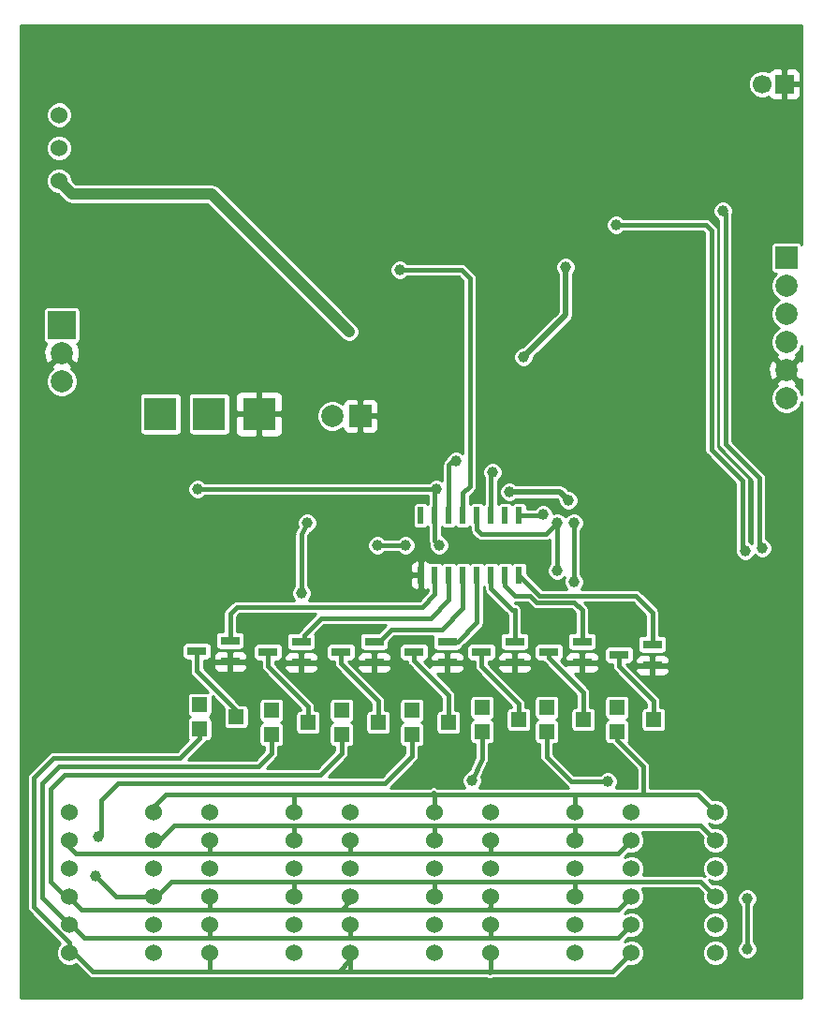
<source format=gbr>
G04 #@! TF.FileFunction,Copper,L2,Bot,Signal*
%FSLAX46Y46*%
G04 Gerber Fmt 4.6, Leading zero omitted, Abs format (unit mm)*
G04 Created by KiCad (PCBNEW 4.0.2+dfsg1-stable) date Po  3. jún 2019, 21:27:26 CEST*
%MOMM*%
G01*
G04 APERTURE LIST*
%ADD10C,0.100000*%
%ADD11C,1.524000*%
%ADD12R,2.500000X2.500000*%
%ADD13C,2.000000*%
%ADD14R,1.700000X1.700000*%
%ADD15C,1.700000*%
%ADD16R,2.000000X2.000000*%
%ADD17R,1.400000X1.400000*%
%ADD18R,1.800860X0.800100*%
%ADD19R,0.600000X1.500000*%
%ADD20R,3.000000X3.000000*%
%ADD21C,1.000000*%
%ADD22C,0.400000*%
%ADD23C,1.000000*%
%ADD24C,0.500000*%
%ADD25C,0.254000*%
G04 APERTURE END LIST*
D10*
D11*
X120858000Y-61432000D03*
X120858000Y-64432000D03*
X120858000Y-67432000D03*
D12*
X121080000Y-80434000D03*
D13*
X121080000Y-82974000D03*
X121080000Y-85514000D03*
D11*
X134493000Y-124460000D03*
X134493000Y-127000000D03*
X134493000Y-129540000D03*
X134493000Y-132080000D03*
X134493000Y-134620000D03*
X134493000Y-137160000D03*
X142113000Y-137160000D03*
X142113000Y-134620000D03*
X142113000Y-132080000D03*
X142113000Y-129540000D03*
X142113000Y-127000000D03*
X142113000Y-124460000D03*
X121793000Y-124460000D03*
X121793000Y-127000000D03*
X121793000Y-129540000D03*
X121793000Y-132080000D03*
X121793000Y-134620000D03*
X121793000Y-137160000D03*
X129413000Y-137160000D03*
X129413000Y-134620000D03*
X129413000Y-132080000D03*
X129413000Y-129540000D03*
X129413000Y-127000000D03*
X129413000Y-124460000D03*
D14*
X186436000Y-58674000D03*
D15*
X184436000Y-58674000D03*
D16*
X186612000Y-74338000D03*
D13*
X186612000Y-76878000D03*
X186612000Y-79418000D03*
X186612000Y-81958000D03*
X186612000Y-84498000D03*
X186612000Y-87038000D03*
D11*
X172593000Y-124460000D03*
X172593000Y-127000000D03*
X172593000Y-129540000D03*
X172593000Y-132080000D03*
X172593000Y-134620000D03*
X172593000Y-137160000D03*
X180213000Y-137160000D03*
X180213000Y-134620000D03*
X180213000Y-132080000D03*
X180213000Y-129540000D03*
X180213000Y-127000000D03*
X180213000Y-124460000D03*
X147193000Y-124460000D03*
X147193000Y-127000000D03*
X147193000Y-129540000D03*
X147193000Y-132080000D03*
X147193000Y-134620000D03*
X147193000Y-137160000D03*
X154813000Y-137160000D03*
X154813000Y-134620000D03*
X154813000Y-132080000D03*
X154813000Y-129540000D03*
X154813000Y-127000000D03*
X154813000Y-124460000D03*
X159893000Y-124460000D03*
X159893000Y-127000000D03*
X159893000Y-129540000D03*
X159893000Y-132080000D03*
X159893000Y-134620000D03*
X159893000Y-137160000D03*
X167513000Y-137160000D03*
X167513000Y-134620000D03*
X167513000Y-132080000D03*
X167513000Y-129540000D03*
X167513000Y-127000000D03*
X167513000Y-124460000D03*
D17*
X171274000Y-117178000D03*
X171274000Y-114978000D03*
X174574000Y-116078000D03*
X164924000Y-117178000D03*
X164924000Y-114978000D03*
X168224000Y-116078000D03*
X159082000Y-117178000D03*
X159082000Y-114978000D03*
X162382000Y-116078000D03*
X152732000Y-117432000D03*
X152732000Y-115232000D03*
X156032000Y-116332000D03*
X146382000Y-117432000D03*
X146382000Y-115232000D03*
X149682000Y-116332000D03*
X140032000Y-117432000D03*
X140032000Y-115232000D03*
X143332000Y-116332000D03*
X133555000Y-116924000D03*
X133555000Y-114724000D03*
X136855000Y-115824000D03*
D18*
X174475140Y-109286000D03*
X174475140Y-111186000D03*
X171472860Y-110236000D03*
X168125140Y-109032000D03*
X168125140Y-110932000D03*
X165122860Y-109982000D03*
X162029140Y-109032000D03*
X162029140Y-110932000D03*
X159026860Y-109982000D03*
X155933140Y-109032000D03*
X155933140Y-110932000D03*
X152930860Y-109982000D03*
X149329140Y-109032000D03*
X149329140Y-110932000D03*
X146326860Y-109982000D03*
X142725140Y-109032000D03*
X142725140Y-110932000D03*
X139722860Y-109982000D03*
X136297140Y-108948000D03*
X136297140Y-110848000D03*
X133294860Y-109898000D03*
D19*
X162433000Y-103030000D03*
X161163000Y-103030000D03*
X159893000Y-103030000D03*
X158623000Y-103030000D03*
X157353000Y-103030000D03*
X156083000Y-103030000D03*
X154813000Y-103030000D03*
X153543000Y-103030000D03*
X153543000Y-97630000D03*
X154813000Y-97630000D03*
X156083000Y-97630000D03*
X157353000Y-97630000D03*
X158623000Y-97630000D03*
X159893000Y-97630000D03*
X161163000Y-97630000D03*
X162433000Y-97630000D03*
D20*
X138910000Y-88466000D03*
X134410000Y-88466000D03*
X130010000Y-88466000D03*
D16*
X148082000Y-88646000D03*
D13*
X145542000Y-88646000D03*
D21*
X164592000Y-97536000D03*
X173736000Y-60198000D03*
X181356000Y-102362000D03*
X164846000Y-103632000D03*
X135382000Y-103378000D03*
X167386000Y-98298000D03*
X167386000Y-103632000D03*
X183056000Y-136822000D03*
X183056000Y-132250000D03*
X171196000Y-71374000D03*
X182880000Y-100838000D03*
X142748000Y-104648000D03*
X143256000Y-98298000D03*
X170434000Y-121666000D03*
X158164000Y-121582000D03*
X124382000Y-126662000D03*
X124128000Y-130218000D03*
X165862000Y-102616000D03*
X165862000Y-98298000D03*
X133350000Y-95250000D03*
X154940000Y-95250000D03*
X155194000Y-100330000D03*
X152146000Y-100330000D03*
X149606000Y-100330000D03*
X151638000Y-75438000D03*
X160020000Y-93726000D03*
X156718000Y-92710000D03*
X184404000Y-100584000D03*
X180848000Y-70104000D03*
X147066000Y-81026000D03*
X161544000Y-95504000D03*
X166878000Y-96266000D03*
X166624000Y-75184000D03*
X162814000Y-83312000D03*
D22*
X162433000Y-97630000D02*
X164498000Y-97630000D01*
X164498000Y-97630000D02*
X164592000Y-97536000D01*
X174475140Y-109286000D02*
X174475140Y-106403140D01*
X174475140Y-106403140D02*
X172974000Y-104902000D01*
X164305000Y-104902000D02*
X162433000Y-103030000D01*
X172974000Y-104902000D02*
X164305000Y-104902000D01*
X168125140Y-109032000D02*
X168125140Y-106194860D01*
X161163000Y-104013000D02*
X161163000Y-103030000D01*
X162052000Y-104902000D02*
X161163000Y-104013000D01*
X163391996Y-104902000D02*
X162052000Y-104902000D01*
X163991998Y-105502002D02*
X163391996Y-104902000D01*
X167432282Y-105502002D02*
X163991998Y-105502002D01*
X168125140Y-106194860D02*
X167432282Y-105502002D01*
X167386000Y-103632000D02*
X167386000Y-98298000D01*
X162029140Y-106172000D02*
X161798000Y-106172000D01*
X159893000Y-104267000D02*
X159893000Y-103030000D01*
X161798000Y-106172000D02*
X159893000Y-104267000D01*
X162029140Y-106172000D02*
X162029140Y-109032000D01*
X183056000Y-132250000D02*
X183056000Y-136822000D01*
X179324000Y-71374000D02*
X171196000Y-71374000D01*
X179832000Y-71882000D02*
X179324000Y-71374000D01*
X179832000Y-91694000D02*
X179832000Y-71882000D01*
X182626000Y-94488000D02*
X179832000Y-91694000D01*
X182626000Y-100584000D02*
X182626000Y-94488000D01*
X182880000Y-100838000D02*
X182626000Y-100584000D01*
X155933140Y-109032000D02*
X156906000Y-109032000D01*
X158623000Y-107315000D02*
X158623000Y-103030000D01*
X156906000Y-109032000D02*
X158623000Y-107315000D01*
X142748000Y-99314000D02*
X142748000Y-104648000D01*
X143256000Y-98298000D02*
X142748000Y-99314000D01*
X149329140Y-109032000D02*
X149794000Y-109032000D01*
X149794000Y-109032000D02*
X150876000Y-107950000D01*
X150876000Y-107950000D02*
X155448000Y-107950000D01*
X155448000Y-107950000D02*
X157353000Y-106045000D01*
X157353000Y-106045000D02*
X157353000Y-103030000D01*
X156083000Y-103030000D02*
X156083000Y-105283000D01*
X143002000Y-108458000D02*
X143002000Y-108712000D01*
X144526000Y-106934000D02*
X143002000Y-108458000D01*
X154432000Y-106934000D02*
X144526000Y-106934000D01*
X156083000Y-105283000D02*
X154432000Y-106934000D01*
X143002000Y-108712000D02*
X142725140Y-109032000D01*
X154813000Y-103030000D02*
X154813000Y-104775000D01*
X136297140Y-106526860D02*
X136297140Y-108948000D01*
X136906000Y-105918000D02*
X136297140Y-106526860D01*
X153670000Y-105918000D02*
X136906000Y-105918000D01*
X154813000Y-104775000D02*
X153670000Y-105918000D01*
X154813000Y-124460000D02*
X154813000Y-122852000D01*
X154686000Y-122725000D02*
X154686000Y-122852000D01*
X154813000Y-122852000D02*
X154686000Y-122725000D01*
X142113000Y-124460000D02*
X142113000Y-122852000D01*
X173658000Y-122852000D02*
X173658000Y-120312000D01*
X171274000Y-117928000D02*
X171274000Y-117178000D01*
X173658000Y-120312000D02*
X171274000Y-117928000D01*
X170864000Y-117588000D02*
X171274000Y-117178000D01*
X142113000Y-122852000D02*
X142162000Y-122852000D01*
X167513000Y-124460000D02*
X167513000Y-122852000D01*
X167513000Y-122852000D02*
X167562000Y-122852000D01*
X129413000Y-124460000D02*
X129413000Y-123917000D01*
X129413000Y-123917000D02*
X130478000Y-122852000D01*
X130478000Y-122852000D02*
X142162000Y-122852000D01*
X142162000Y-122852000D02*
X154686000Y-122852000D01*
X154686000Y-122852000D02*
X167562000Y-122852000D01*
X167562000Y-122852000D02*
X173658000Y-122852000D01*
X173658000Y-122852000D02*
X178605000Y-122852000D01*
X178605000Y-122852000D02*
X180213000Y-124460000D01*
X164924000Y-117178000D02*
X164924000Y-119458000D01*
X167132000Y-121666000D02*
X170434000Y-121666000D01*
X164924000Y-119458000D02*
X167132000Y-121666000D01*
X142113000Y-127000000D02*
X142113000Y-125646000D01*
X142113000Y-125646000D02*
X142162000Y-125646000D01*
X154813000Y-127000000D02*
X154813000Y-125646000D01*
X154813000Y-125646000D02*
X154862000Y-125646000D01*
X167513000Y-127000000D02*
X167513000Y-125646000D01*
X167513000Y-125646000D02*
X167562000Y-125646000D01*
X129413000Y-127000000D02*
X129886000Y-127000000D01*
X129886000Y-127000000D02*
X131240000Y-125646000D01*
X131240000Y-125646000D02*
X142162000Y-125646000D01*
X142162000Y-125646000D02*
X154862000Y-125646000D01*
X154862000Y-125646000D02*
X167562000Y-125646000D01*
X167562000Y-125646000D02*
X178859000Y-125646000D01*
X178859000Y-125646000D02*
X180213000Y-127000000D01*
X159082000Y-119648000D02*
X159082000Y-117178000D01*
X158164000Y-121582000D02*
X159082000Y-119648000D01*
X134493000Y-127000000D02*
X134493000Y-128186000D01*
X134493000Y-128186000D02*
X134542000Y-128186000D01*
X147193000Y-127000000D02*
X147193000Y-128186000D01*
X147193000Y-128186000D02*
X147242000Y-128186000D01*
X159893000Y-127000000D02*
X159893000Y-128186000D01*
X159893000Y-128186000D02*
X159942000Y-128186000D01*
X121793000Y-127000000D02*
X121793000Y-127629000D01*
X121793000Y-127629000D02*
X122350000Y-128186000D01*
X122350000Y-128186000D02*
X134542000Y-128186000D01*
X134542000Y-128186000D02*
X147242000Y-128186000D01*
X147242000Y-128186000D02*
X159942000Y-128186000D01*
X159942000Y-128186000D02*
X171407000Y-128186000D01*
X171407000Y-128186000D02*
X172593000Y-127000000D01*
X129413000Y-132080000D02*
X125990000Y-132080000D01*
X152732000Y-119394000D02*
X152732000Y-117432000D01*
X150290000Y-121836000D02*
X152732000Y-119394000D01*
X126160000Y-121836000D02*
X150290000Y-121836000D01*
X124636000Y-123360000D02*
X126160000Y-121836000D01*
X124636000Y-126408000D02*
X124636000Y-123360000D01*
X124382000Y-126662000D02*
X124636000Y-126408000D01*
X125990000Y-132080000D02*
X124128000Y-130218000D01*
X142113000Y-132080000D02*
X142113000Y-130726000D01*
X142113000Y-130726000D02*
X142162000Y-130726000D01*
X154813000Y-132080000D02*
X154813000Y-130726000D01*
X154813000Y-130726000D02*
X154862000Y-130726000D01*
X167513000Y-132080000D02*
X167513000Y-130726000D01*
X167513000Y-130726000D02*
X167562000Y-130726000D01*
X129413000Y-132080000D02*
X129632000Y-132080000D01*
X129632000Y-132080000D02*
X130986000Y-130726000D01*
X130986000Y-130726000D02*
X142162000Y-130726000D01*
X142162000Y-130726000D02*
X154862000Y-130726000D01*
X154862000Y-130726000D02*
X167562000Y-130726000D01*
X167562000Y-130726000D02*
X178859000Y-130726000D01*
X178859000Y-130726000D02*
X180213000Y-132080000D01*
X147193000Y-132080000D02*
X147193000Y-132461000D01*
X147193000Y-132461000D02*
X146388000Y-133266000D01*
X159893000Y-132080000D02*
X159893000Y-133266000D01*
X159893000Y-133266000D02*
X159766000Y-133139000D01*
X159766000Y-133096000D02*
X159893000Y-133096000D01*
X159766000Y-133139000D02*
X159766000Y-133096000D01*
X121793000Y-132080000D02*
X121418000Y-132080000D01*
X121418000Y-132080000D02*
X120064000Y-130726000D01*
X146382000Y-119140000D02*
X146382000Y-117432000D01*
X144448000Y-121074000D02*
X146382000Y-119140000D01*
X121334000Y-121074000D02*
X144448000Y-121074000D01*
X120064000Y-122344000D02*
X121334000Y-121074000D01*
X120064000Y-130726000D02*
X120064000Y-122344000D01*
X134493000Y-132080000D02*
X134493000Y-133266000D01*
X134493000Y-133266000D02*
X134542000Y-133266000D01*
X159893000Y-132080000D02*
X159893000Y-133096000D01*
X159893000Y-133096000D02*
X159893000Y-133266000D01*
X159893000Y-133266000D02*
X159942000Y-133266000D01*
X121793000Y-132080000D02*
X121793000Y-132201000D01*
X121793000Y-132201000D02*
X122858000Y-133266000D01*
X122858000Y-133266000D02*
X134542000Y-133266000D01*
X134542000Y-133266000D02*
X146388000Y-133266000D01*
X146388000Y-133266000D02*
X159942000Y-133266000D01*
X159942000Y-133266000D02*
X171407000Y-133266000D01*
X171407000Y-133266000D02*
X172593000Y-132080000D01*
X140032000Y-117432000D02*
X140032000Y-119140000D01*
X119302000Y-132129000D02*
X121793000Y-134620000D01*
X119302000Y-121836000D02*
X119302000Y-132129000D01*
X120826000Y-120312000D02*
X119302000Y-121836000D01*
X138860000Y-120312000D02*
X120826000Y-120312000D01*
X140032000Y-119140000D02*
X138860000Y-120312000D01*
X134493000Y-134620000D02*
X134493000Y-135806000D01*
X134493000Y-135806000D02*
X134542000Y-135806000D01*
X147193000Y-134620000D02*
X147193000Y-135806000D01*
X147193000Y-135806000D02*
X147242000Y-135806000D01*
X159893000Y-134620000D02*
X159893000Y-135806000D01*
X159893000Y-135806000D02*
X159942000Y-135806000D01*
X121793000Y-134620000D02*
X121926000Y-134620000D01*
X121926000Y-134620000D02*
X123112000Y-135806000D01*
X123112000Y-135806000D02*
X134542000Y-135806000D01*
X134542000Y-135806000D02*
X147242000Y-135806000D01*
X147242000Y-135806000D02*
X159942000Y-135806000D01*
X159942000Y-135806000D02*
X171407000Y-135806000D01*
X171407000Y-135806000D02*
X172593000Y-134620000D01*
X159893000Y-137160000D02*
X159893000Y-138854000D01*
X159766000Y-138938000D02*
X159766000Y-138854000D01*
X159809000Y-138938000D02*
X159766000Y-138938000D01*
X159893000Y-138854000D02*
X159809000Y-138938000D01*
X147193000Y-137160000D02*
X147193000Y-137795000D01*
X147193000Y-137795000D02*
X146134000Y-138854000D01*
X121793000Y-137160000D02*
X121793000Y-136265000D01*
X133555000Y-117743000D02*
X133555000Y-116924000D01*
X131748000Y-119550000D02*
X133555000Y-117743000D01*
X120318000Y-119550000D02*
X131748000Y-119550000D01*
X118540000Y-121328000D02*
X120318000Y-119550000D01*
X118540000Y-133012000D02*
X118540000Y-121328000D01*
X121793000Y-136265000D02*
X118540000Y-133012000D01*
X134493000Y-137160000D02*
X134493000Y-138854000D01*
X134493000Y-138854000D02*
X134542000Y-138854000D01*
X147193000Y-137160000D02*
X147193000Y-138854000D01*
X147193000Y-138854000D02*
X147242000Y-138854000D01*
X121793000Y-137160000D02*
X122180000Y-137160000D01*
X122180000Y-137160000D02*
X123874000Y-138854000D01*
X123874000Y-138854000D02*
X134542000Y-138854000D01*
X134542000Y-138854000D02*
X146134000Y-138854000D01*
X146134000Y-138854000D02*
X147242000Y-138854000D01*
X147242000Y-138854000D02*
X159766000Y-138854000D01*
X159766000Y-138854000D02*
X170899000Y-138854000D01*
X170899000Y-138854000D02*
X172593000Y-137160000D01*
X158623000Y-97630000D02*
X158623000Y-98933000D01*
X164846000Y-99314000D02*
X165862000Y-98298000D01*
X159004000Y-99314000D02*
X164846000Y-99314000D01*
X158623000Y-98933000D02*
X159004000Y-99314000D01*
X165862000Y-98298000D02*
X165862000Y-102616000D01*
X154940000Y-95250000D02*
X133350000Y-95250000D01*
X154813000Y-97630000D02*
X154813000Y-95377000D01*
X154813000Y-95377000D02*
X154940000Y-95250000D01*
X154813000Y-99949000D02*
X154813000Y-97630000D01*
X155194000Y-100330000D02*
X154813000Y-99949000D01*
X149606000Y-100330000D02*
X152146000Y-100330000D01*
X157353000Y-97630000D02*
X157353000Y-95631000D01*
X157226000Y-75438000D02*
X151638000Y-75438000D01*
X157988000Y-76200000D02*
X157226000Y-75438000D01*
X157988000Y-94996000D02*
X157988000Y-76200000D01*
X157353000Y-95631000D02*
X157988000Y-94996000D01*
X159893000Y-93853000D02*
X159893000Y-97630000D01*
X160020000Y-93726000D02*
X159893000Y-93853000D01*
X156083000Y-97630000D02*
X156083000Y-93091000D01*
X156464000Y-92710000D02*
X156718000Y-92710000D01*
X156083000Y-93091000D02*
X156464000Y-92710000D01*
X184150000Y-100330000D02*
X184404000Y-100584000D01*
X184150000Y-94234000D02*
X184150000Y-100330000D01*
X181102000Y-91186000D02*
X184150000Y-94234000D01*
X181102000Y-70358000D02*
X181102000Y-91186000D01*
X180848000Y-70104000D02*
X181102000Y-70358000D01*
D23*
X122006000Y-68580000D02*
X120858000Y-67432000D01*
X134620000Y-68580000D02*
X122006000Y-68580000D01*
X147066000Y-81026000D02*
X134620000Y-68580000D01*
D22*
X171472860Y-110236000D02*
X171472860Y-111274860D01*
X174574000Y-114376000D02*
X174574000Y-116078000D01*
X171472860Y-111274860D02*
X174574000Y-114376000D01*
X165122860Y-109982000D02*
X165122860Y-110512860D01*
X168224000Y-113614000D02*
X168224000Y-116078000D01*
X165122860Y-110512860D02*
X168224000Y-113614000D01*
X159026860Y-109982000D02*
X159026860Y-111274860D01*
X162382000Y-114630000D02*
X162382000Y-116078000D01*
X159026860Y-111274860D02*
X162382000Y-114630000D01*
X152930860Y-109982000D02*
X152930860Y-110766860D01*
X156032000Y-113868000D02*
X156032000Y-116332000D01*
X152930860Y-110766860D02*
X156032000Y-113868000D01*
X146326860Y-109982000D02*
X146326860Y-111020860D01*
X149682000Y-114376000D02*
X149682000Y-116332000D01*
X146326860Y-111020860D02*
X149682000Y-114376000D01*
X139722860Y-109982000D02*
X139722860Y-111274860D01*
X143332000Y-114884000D02*
X143332000Y-116332000D01*
X139722860Y-111274860D02*
X143332000Y-114884000D01*
X136855000Y-115824000D02*
X136855000Y-115265000D01*
X136855000Y-115265000D02*
X133294860Y-111704860D01*
X133294860Y-111704860D02*
X133294860Y-109898000D01*
D24*
X166116000Y-95504000D02*
X161544000Y-95504000D01*
X166878000Y-96266000D02*
X166116000Y-95504000D01*
X166624000Y-79502000D02*
X166624000Y-75184000D01*
X162814000Y-83312000D02*
X166624000Y-79502000D01*
D25*
G36*
X188009000Y-73166412D02*
X187924073Y-73034433D01*
X187781381Y-72936936D01*
X187612000Y-72902635D01*
X185612000Y-72902635D01*
X185453763Y-72932409D01*
X185308433Y-73025927D01*
X185210936Y-73168619D01*
X185176635Y-73338000D01*
X185176635Y-75338000D01*
X185206409Y-75496237D01*
X185299927Y-75641567D01*
X185442619Y-75739064D01*
X185612000Y-75773365D01*
X185698718Y-75773365D01*
X185402953Y-76068614D01*
X185185248Y-76592907D01*
X185184752Y-77160603D01*
X185401543Y-77685275D01*
X185802614Y-78087047D01*
X185949118Y-78147881D01*
X185804725Y-78207543D01*
X185402953Y-78608614D01*
X185185248Y-79132907D01*
X185184752Y-79700603D01*
X185401543Y-80225275D01*
X185802614Y-80627047D01*
X185949118Y-80687881D01*
X185804725Y-80747543D01*
X185402953Y-81148614D01*
X185185248Y-81672907D01*
X185184752Y-82240603D01*
X185401543Y-82765275D01*
X185731411Y-83095720D01*
X185639073Y-83345468D01*
X186612000Y-84318395D01*
X187584927Y-83345468D01*
X187492468Y-83095392D01*
X187821047Y-82767386D01*
X188009000Y-82314744D01*
X188009000Y-83615459D01*
X187764532Y-83525073D01*
X186791605Y-84498000D01*
X187764532Y-85470927D01*
X188009000Y-85380541D01*
X188009000Y-86682192D01*
X187822457Y-86230725D01*
X187492589Y-85900280D01*
X187584927Y-85650532D01*
X186612000Y-84677605D01*
X185639073Y-85650532D01*
X185731532Y-85900608D01*
X185402953Y-86228614D01*
X185185248Y-86752907D01*
X185184752Y-87320603D01*
X185401543Y-87845275D01*
X185802614Y-88247047D01*
X186326907Y-88464752D01*
X186894603Y-88465248D01*
X187419275Y-88248457D01*
X187821047Y-87847386D01*
X188009000Y-87394744D01*
X188009000Y-141267000D01*
X117397000Y-141267000D01*
X117397000Y-121328000D01*
X117913000Y-121328000D01*
X117913000Y-133012000D01*
X117960728Y-133251943D01*
X117970121Y-133266000D01*
X118096644Y-133455356D01*
X120956397Y-136315109D01*
X120785603Y-136485606D01*
X120604207Y-136922456D01*
X120603794Y-137395469D01*
X120784427Y-137832635D01*
X121118606Y-138167397D01*
X121555456Y-138348793D01*
X122028469Y-138349206D01*
X122349745Y-138216457D01*
X123430644Y-139297356D01*
X123634058Y-139433273D01*
X123874000Y-139481000D01*
X159471772Y-139481000D01*
X159526057Y-139517272D01*
X159766000Y-139565000D01*
X159809000Y-139565000D01*
X160048943Y-139517272D01*
X160103228Y-139481000D01*
X170899000Y-139481000D01*
X171138943Y-139433272D01*
X171342356Y-139297356D01*
X172309854Y-138329858D01*
X172355456Y-138348793D01*
X172828469Y-138349206D01*
X173265635Y-138168573D01*
X173600397Y-137834394D01*
X173781793Y-137397544D01*
X173781794Y-137395469D01*
X179023794Y-137395469D01*
X179204427Y-137832635D01*
X179538606Y-138167397D01*
X179975456Y-138348793D01*
X180448469Y-138349206D01*
X180885635Y-138168573D01*
X181220397Y-137834394D01*
X181401793Y-137397544D01*
X181402206Y-136924531D01*
X181221573Y-136487365D01*
X180887394Y-136152603D01*
X180450544Y-135971207D01*
X179977531Y-135970794D01*
X179540365Y-136151427D01*
X179205603Y-136485606D01*
X179024207Y-136922456D01*
X179023794Y-137395469D01*
X173781794Y-137395469D01*
X173782206Y-136924531D01*
X173601573Y-136487365D01*
X173267394Y-136152603D01*
X172830544Y-135971207D01*
X172357531Y-135970794D01*
X171967944Y-136131768D01*
X172309854Y-135789858D01*
X172355456Y-135808793D01*
X172828469Y-135809206D01*
X173265635Y-135628573D01*
X173600397Y-135294394D01*
X173781793Y-134857544D01*
X173781794Y-134855469D01*
X179023794Y-134855469D01*
X179204427Y-135292635D01*
X179538606Y-135627397D01*
X179975456Y-135808793D01*
X180448469Y-135809206D01*
X180885635Y-135628573D01*
X181220397Y-135294394D01*
X181401793Y-134857544D01*
X181402206Y-134384531D01*
X181221573Y-133947365D01*
X180887394Y-133612603D01*
X180450544Y-133431207D01*
X179977531Y-133430794D01*
X179540365Y-133611427D01*
X179205603Y-133945606D01*
X179024207Y-134382456D01*
X179023794Y-134855469D01*
X173781794Y-134855469D01*
X173782206Y-134384531D01*
X173601573Y-133947365D01*
X173267394Y-133612603D01*
X172830544Y-133431207D01*
X172357531Y-133430794D01*
X171967944Y-133591768D01*
X172309854Y-133249858D01*
X172355456Y-133268793D01*
X172828469Y-133269206D01*
X173265635Y-133088573D01*
X173600397Y-132754394D01*
X173781793Y-132317544D01*
X173782206Y-131844531D01*
X173601573Y-131407365D01*
X173547303Y-131353000D01*
X178599288Y-131353000D01*
X179043142Y-131796854D01*
X179024207Y-131842456D01*
X179023794Y-132315469D01*
X179204427Y-132752635D01*
X179538606Y-133087397D01*
X179975456Y-133268793D01*
X180448469Y-133269206D01*
X180885635Y-133088573D01*
X181220397Y-132754394D01*
X181353609Y-132433583D01*
X182128839Y-132433583D01*
X182269669Y-132774417D01*
X182429000Y-132934026D01*
X182429000Y-136138073D01*
X182270586Y-136296211D01*
X182129161Y-136636799D01*
X182128839Y-137005583D01*
X182269669Y-137346417D01*
X182530211Y-137607414D01*
X182870799Y-137748839D01*
X183239583Y-137749161D01*
X183580417Y-137608331D01*
X183841414Y-137347789D01*
X183982839Y-137007201D01*
X183983161Y-136638417D01*
X183842331Y-136297583D01*
X183683000Y-136137974D01*
X183683000Y-132933927D01*
X183841414Y-132775789D01*
X183982839Y-132435201D01*
X183983161Y-132066417D01*
X183842331Y-131725583D01*
X183581789Y-131464586D01*
X183241201Y-131323161D01*
X182872417Y-131322839D01*
X182531583Y-131463669D01*
X182270586Y-131724211D01*
X182129161Y-132064799D01*
X182128839Y-132433583D01*
X181353609Y-132433583D01*
X181401793Y-132317544D01*
X181402206Y-131844531D01*
X181221573Y-131407365D01*
X180887394Y-131072603D01*
X180450544Y-130891207D01*
X179977531Y-130890794D01*
X179930103Y-130910391D01*
X179587349Y-130567637D01*
X179975456Y-130728793D01*
X180448469Y-130729206D01*
X180885635Y-130548573D01*
X181220397Y-130214394D01*
X181401793Y-129777544D01*
X181402206Y-129304531D01*
X181221573Y-128867365D01*
X180887394Y-128532603D01*
X180450544Y-128351207D01*
X179977531Y-128350794D01*
X179540365Y-128531427D01*
X179205603Y-128865606D01*
X179024207Y-129302456D01*
X179023794Y-129775469D01*
X179204427Y-130212635D01*
X179218143Y-130226375D01*
X179200212Y-130214394D01*
X179098943Y-130146728D01*
X178859000Y-130099000D01*
X173648313Y-130099000D01*
X173781793Y-129777544D01*
X173782206Y-129304531D01*
X173601573Y-128867365D01*
X173267394Y-128532603D01*
X172830544Y-128351207D01*
X172357531Y-128350794D01*
X171967944Y-128511768D01*
X172309854Y-128169858D01*
X172355456Y-128188793D01*
X172828469Y-128189206D01*
X173265635Y-128008573D01*
X173600397Y-127674394D01*
X173781793Y-127237544D01*
X173782206Y-126764531D01*
X173601573Y-126327365D01*
X173547303Y-126273000D01*
X178599288Y-126273000D01*
X179043142Y-126716854D01*
X179024207Y-126762456D01*
X179023794Y-127235469D01*
X179204427Y-127672635D01*
X179538606Y-128007397D01*
X179975456Y-128188793D01*
X180448469Y-128189206D01*
X180885635Y-128008573D01*
X181220397Y-127674394D01*
X181401793Y-127237544D01*
X181402206Y-126764531D01*
X181221573Y-126327365D01*
X180887394Y-125992603D01*
X180450544Y-125811207D01*
X179977531Y-125810794D01*
X179930103Y-125830391D01*
X179587349Y-125487637D01*
X179975456Y-125648793D01*
X180448469Y-125649206D01*
X180885635Y-125468573D01*
X181220397Y-125134394D01*
X181401793Y-124697544D01*
X181402206Y-124224531D01*
X181221573Y-123787365D01*
X180887394Y-123452603D01*
X180450544Y-123271207D01*
X179977531Y-123270794D01*
X179930103Y-123290391D01*
X179048356Y-122408644D01*
X178951609Y-122344000D01*
X178844943Y-122272728D01*
X178605000Y-122225000D01*
X174285000Y-122225000D01*
X174285000Y-120312000D01*
X174237272Y-120072057D01*
X174101356Y-119868644D01*
X172336514Y-118103802D01*
X172375064Y-118047381D01*
X172409365Y-117878000D01*
X172409365Y-116478000D01*
X172379591Y-116319763D01*
X172286073Y-116174433D01*
X172143381Y-116076936D01*
X172142771Y-116076812D01*
X172277567Y-115990073D01*
X172375064Y-115847381D01*
X172409365Y-115678000D01*
X172409365Y-114278000D01*
X172379591Y-114119763D01*
X172286073Y-113974433D01*
X172143381Y-113876936D01*
X171974000Y-113842635D01*
X170574000Y-113842635D01*
X170415763Y-113872409D01*
X170270433Y-113965927D01*
X170172936Y-114108619D01*
X170138635Y-114278000D01*
X170138635Y-115678000D01*
X170168409Y-115836237D01*
X170261927Y-115981567D01*
X170404619Y-116079064D01*
X170405229Y-116079188D01*
X170270433Y-116165927D01*
X170172936Y-116308619D01*
X170138635Y-116478000D01*
X170138635Y-117878000D01*
X170168409Y-118036237D01*
X170261927Y-118181567D01*
X170404619Y-118279064D01*
X170574000Y-118313365D01*
X170791896Y-118313365D01*
X170830644Y-118371356D01*
X173031000Y-120571712D01*
X173031000Y-122225000D01*
X171186145Y-122225000D01*
X171219414Y-122191789D01*
X171360839Y-121851201D01*
X171361161Y-121482417D01*
X171220331Y-121141583D01*
X170959789Y-120880586D01*
X170619201Y-120739161D01*
X170250417Y-120738839D01*
X169909583Y-120879669D01*
X169749974Y-121039000D01*
X167391712Y-121039000D01*
X165551000Y-119198288D01*
X165551000Y-118313365D01*
X165624000Y-118313365D01*
X165782237Y-118283591D01*
X165927567Y-118190073D01*
X166025064Y-118047381D01*
X166059365Y-117878000D01*
X166059365Y-116478000D01*
X166029591Y-116319763D01*
X165936073Y-116174433D01*
X165793381Y-116076936D01*
X165792771Y-116076812D01*
X165927567Y-115990073D01*
X166025064Y-115847381D01*
X166059365Y-115678000D01*
X166059365Y-114278000D01*
X166029591Y-114119763D01*
X165936073Y-113974433D01*
X165793381Y-113876936D01*
X165624000Y-113842635D01*
X164224000Y-113842635D01*
X164065763Y-113872409D01*
X163920433Y-113965927D01*
X163822936Y-114108619D01*
X163788635Y-114278000D01*
X163788635Y-115678000D01*
X163818409Y-115836237D01*
X163911927Y-115981567D01*
X164054619Y-116079064D01*
X164055229Y-116079188D01*
X163920433Y-116165927D01*
X163822936Y-116308619D01*
X163788635Y-116478000D01*
X163788635Y-117878000D01*
X163818409Y-118036237D01*
X163911927Y-118181567D01*
X164054619Y-118279064D01*
X164224000Y-118313365D01*
X164297000Y-118313365D01*
X164297000Y-119458000D01*
X164344728Y-119697943D01*
X164437881Y-119837356D01*
X164480644Y-119901356D01*
X166688644Y-122109356D01*
X166861717Y-122225000D01*
X158831998Y-122225000D01*
X158949414Y-122107789D01*
X159090839Y-121767201D01*
X159091161Y-121398417D01*
X159023228Y-121234007D01*
X159648429Y-119916863D01*
X159652352Y-119901293D01*
X159661272Y-119887943D01*
X159682108Y-119783196D01*
X159708201Y-119679634D01*
X159705867Y-119663749D01*
X159709000Y-119648000D01*
X159709000Y-118313365D01*
X159782000Y-118313365D01*
X159940237Y-118283591D01*
X160085567Y-118190073D01*
X160183064Y-118047381D01*
X160217365Y-117878000D01*
X160217365Y-116478000D01*
X160187591Y-116319763D01*
X160094073Y-116174433D01*
X159951381Y-116076936D01*
X159950771Y-116076812D01*
X160085567Y-115990073D01*
X160183064Y-115847381D01*
X160217365Y-115678000D01*
X160217365Y-114278000D01*
X160187591Y-114119763D01*
X160094073Y-113974433D01*
X159951381Y-113876936D01*
X159782000Y-113842635D01*
X158382000Y-113842635D01*
X158223763Y-113872409D01*
X158078433Y-113965927D01*
X157980936Y-114108619D01*
X157946635Y-114278000D01*
X157946635Y-115678000D01*
X157976409Y-115836237D01*
X158069927Y-115981567D01*
X158212619Y-116079064D01*
X158213229Y-116079188D01*
X158078433Y-116165927D01*
X157980936Y-116308619D01*
X157946635Y-116478000D01*
X157946635Y-117878000D01*
X157976409Y-118036237D01*
X158069927Y-118181567D01*
X158212619Y-118279064D01*
X158382000Y-118313365D01*
X158455000Y-118313365D01*
X158455000Y-119506745D01*
X157892871Y-120691012D01*
X157639583Y-120795669D01*
X157378586Y-121056211D01*
X157237161Y-121396799D01*
X157236839Y-121765583D01*
X157377669Y-122106417D01*
X157496045Y-122225000D01*
X155044582Y-122225000D01*
X154925943Y-122145728D01*
X154686000Y-122098000D01*
X154446057Y-122145728D01*
X154327418Y-122225000D01*
X150787712Y-122225000D01*
X153175356Y-119837356D01*
X153254257Y-119719272D01*
X153311272Y-119633943D01*
X153311272Y-119633942D01*
X153311273Y-119633941D01*
X153359000Y-119394000D01*
X153359000Y-118567365D01*
X153432000Y-118567365D01*
X153590237Y-118537591D01*
X153735567Y-118444073D01*
X153833064Y-118301381D01*
X153867365Y-118132000D01*
X153867365Y-116732000D01*
X153837591Y-116573763D01*
X153744073Y-116428433D01*
X153601381Y-116330936D01*
X153600771Y-116330812D01*
X153735567Y-116244073D01*
X153833064Y-116101381D01*
X153867365Y-115932000D01*
X153867365Y-114532000D01*
X153837591Y-114373763D01*
X153744073Y-114228433D01*
X153601381Y-114130936D01*
X153432000Y-114096635D01*
X152032000Y-114096635D01*
X151873763Y-114126409D01*
X151728433Y-114219927D01*
X151630936Y-114362619D01*
X151596635Y-114532000D01*
X151596635Y-115932000D01*
X151626409Y-116090237D01*
X151719927Y-116235567D01*
X151862619Y-116333064D01*
X151863229Y-116333188D01*
X151728433Y-116419927D01*
X151630936Y-116562619D01*
X151596635Y-116732000D01*
X151596635Y-118132000D01*
X151626409Y-118290237D01*
X151719927Y-118435567D01*
X151862619Y-118533064D01*
X152032000Y-118567365D01*
X152105000Y-118567365D01*
X152105000Y-119134288D01*
X150030288Y-121209000D01*
X145199712Y-121209000D01*
X146825356Y-119583356D01*
X146951879Y-119394000D01*
X146961272Y-119379943D01*
X147009000Y-119140000D01*
X147009000Y-118567365D01*
X147082000Y-118567365D01*
X147240237Y-118537591D01*
X147385567Y-118444073D01*
X147483064Y-118301381D01*
X147517365Y-118132000D01*
X147517365Y-116732000D01*
X147487591Y-116573763D01*
X147394073Y-116428433D01*
X147251381Y-116330936D01*
X147250771Y-116330812D01*
X147385567Y-116244073D01*
X147483064Y-116101381D01*
X147517365Y-115932000D01*
X147517365Y-114532000D01*
X147487591Y-114373763D01*
X147394073Y-114228433D01*
X147251381Y-114130936D01*
X147082000Y-114096635D01*
X145682000Y-114096635D01*
X145523763Y-114126409D01*
X145378433Y-114219927D01*
X145280936Y-114362619D01*
X145246635Y-114532000D01*
X145246635Y-115932000D01*
X145276409Y-116090237D01*
X145369927Y-116235567D01*
X145512619Y-116333064D01*
X145513229Y-116333188D01*
X145378433Y-116419927D01*
X145280936Y-116562619D01*
X145246635Y-116732000D01*
X145246635Y-118132000D01*
X145276409Y-118290237D01*
X145369927Y-118435567D01*
X145512619Y-118533064D01*
X145682000Y-118567365D01*
X145755000Y-118567365D01*
X145755000Y-118880288D01*
X144188288Y-120447000D01*
X139611712Y-120447000D01*
X140475356Y-119583356D01*
X140601879Y-119394000D01*
X140611272Y-119379943D01*
X140659000Y-119140000D01*
X140659000Y-118567365D01*
X140732000Y-118567365D01*
X140890237Y-118537591D01*
X141035567Y-118444073D01*
X141133064Y-118301381D01*
X141167365Y-118132000D01*
X141167365Y-116732000D01*
X141137591Y-116573763D01*
X141044073Y-116428433D01*
X140901381Y-116330936D01*
X140900771Y-116330812D01*
X141035567Y-116244073D01*
X141133064Y-116101381D01*
X141167365Y-115932000D01*
X141167365Y-114532000D01*
X141137591Y-114373763D01*
X141044073Y-114228433D01*
X140901381Y-114130936D01*
X140732000Y-114096635D01*
X139332000Y-114096635D01*
X139173763Y-114126409D01*
X139028433Y-114219927D01*
X138930936Y-114362619D01*
X138896635Y-114532000D01*
X138896635Y-115932000D01*
X138926409Y-116090237D01*
X139019927Y-116235567D01*
X139162619Y-116333064D01*
X139163229Y-116333188D01*
X139028433Y-116419927D01*
X138930936Y-116562619D01*
X138896635Y-116732000D01*
X138896635Y-118132000D01*
X138926409Y-118290237D01*
X139019927Y-118435567D01*
X139162619Y-118533064D01*
X139332000Y-118567365D01*
X139405000Y-118567365D01*
X139405000Y-118880288D01*
X138600288Y-119685000D01*
X132499712Y-119685000D01*
X133998356Y-118186356D01*
X134083209Y-118059365D01*
X134255000Y-118059365D01*
X134413237Y-118029591D01*
X134558567Y-117936073D01*
X134656064Y-117793381D01*
X134690365Y-117624000D01*
X134690365Y-116224000D01*
X134660591Y-116065763D01*
X134567073Y-115920433D01*
X134424381Y-115822936D01*
X134423771Y-115822812D01*
X134558567Y-115736073D01*
X134656064Y-115593381D01*
X134690365Y-115424000D01*
X134690365Y-114024000D01*
X134681807Y-113978519D01*
X135737764Y-115034476D01*
X135719635Y-115124000D01*
X135719635Y-116524000D01*
X135749409Y-116682237D01*
X135842927Y-116827567D01*
X135985619Y-116925064D01*
X136155000Y-116959365D01*
X137555000Y-116959365D01*
X137713237Y-116929591D01*
X137858567Y-116836073D01*
X137956064Y-116693381D01*
X137990365Y-116524000D01*
X137990365Y-115124000D01*
X137960591Y-114965763D01*
X137867073Y-114820433D01*
X137724381Y-114722936D01*
X137555000Y-114688635D01*
X137165347Y-114688635D01*
X133921860Y-111445148D01*
X133921860Y-111133750D01*
X134761710Y-111133750D01*
X134761710Y-111374359D01*
X134858383Y-111607748D01*
X135037011Y-111786377D01*
X135270400Y-111883050D01*
X136011390Y-111883050D01*
X136170140Y-111724300D01*
X136170140Y-110975000D01*
X136424140Y-110975000D01*
X136424140Y-111724300D01*
X136582890Y-111883050D01*
X137323880Y-111883050D01*
X137557269Y-111786377D01*
X137735897Y-111607748D01*
X137832570Y-111374359D01*
X137832570Y-111133750D01*
X137673820Y-110975000D01*
X136424140Y-110975000D01*
X136170140Y-110975000D01*
X134920460Y-110975000D01*
X134761710Y-111133750D01*
X133921860Y-111133750D01*
X133921860Y-110733415D01*
X134195290Y-110733415D01*
X134353527Y-110703641D01*
X134498857Y-110610123D01*
X134596354Y-110467431D01*
X134625877Y-110321641D01*
X134761710Y-110321641D01*
X134761710Y-110562250D01*
X134920460Y-110721000D01*
X136170140Y-110721000D01*
X136170140Y-109971700D01*
X136424140Y-109971700D01*
X136424140Y-110721000D01*
X137673820Y-110721000D01*
X137832570Y-110562250D01*
X137832570Y-110321641D01*
X137735897Y-110088252D01*
X137557269Y-109909623D01*
X137323880Y-109812950D01*
X136582890Y-109812950D01*
X136424140Y-109971700D01*
X136170140Y-109971700D01*
X136011390Y-109812950D01*
X135270400Y-109812950D01*
X135037011Y-109909623D01*
X134858383Y-110088252D01*
X134761710Y-110321641D01*
X134625877Y-110321641D01*
X134630655Y-110298050D01*
X134630655Y-109497950D01*
X134600881Y-109339713D01*
X134507363Y-109194383D01*
X134364671Y-109096886D01*
X134195290Y-109062585D01*
X132394430Y-109062585D01*
X132236193Y-109092359D01*
X132090863Y-109185877D01*
X131993366Y-109328569D01*
X131959065Y-109497950D01*
X131959065Y-110298050D01*
X131988839Y-110456287D01*
X132082357Y-110601617D01*
X132225049Y-110699114D01*
X132394430Y-110733415D01*
X132667860Y-110733415D01*
X132667860Y-111704860D01*
X132715588Y-111944803D01*
X132794097Y-112062300D01*
X132851504Y-112148216D01*
X134301299Y-113598011D01*
X134255000Y-113588635D01*
X132855000Y-113588635D01*
X132696763Y-113618409D01*
X132551433Y-113711927D01*
X132453936Y-113854619D01*
X132419635Y-114024000D01*
X132419635Y-115424000D01*
X132449409Y-115582237D01*
X132542927Y-115727567D01*
X132685619Y-115825064D01*
X132686229Y-115825188D01*
X132551433Y-115911927D01*
X132453936Y-116054619D01*
X132419635Y-116224000D01*
X132419635Y-117624000D01*
X132449409Y-117782237D01*
X132519746Y-117891542D01*
X131488288Y-118923000D01*
X120318000Y-118923000D01*
X120078058Y-118970727D01*
X119874644Y-119106644D01*
X118096644Y-120884644D01*
X117960728Y-121088057D01*
X117913000Y-121328000D01*
X117397000Y-121328000D01*
X117397000Y-95433583D01*
X132422839Y-95433583D01*
X132563669Y-95774417D01*
X132824211Y-96035414D01*
X133164799Y-96176839D01*
X133533583Y-96177161D01*
X133874417Y-96036331D01*
X134034026Y-95877000D01*
X154186000Y-95877000D01*
X154186000Y-96602222D01*
X154178619Y-96613025D01*
X154155073Y-96576433D01*
X154012381Y-96478936D01*
X153843000Y-96444635D01*
X153243000Y-96444635D01*
X153084763Y-96474409D01*
X152939433Y-96567927D01*
X152841936Y-96710619D01*
X152807635Y-96880000D01*
X152807635Y-98380000D01*
X152837409Y-98538237D01*
X152930927Y-98683567D01*
X153073619Y-98781064D01*
X153243000Y-98815365D01*
X153843000Y-98815365D01*
X154001237Y-98785591D01*
X154146567Y-98692073D01*
X154177381Y-98646975D01*
X154186000Y-98660370D01*
X154186000Y-99949000D01*
X154233728Y-100188943D01*
X154267079Y-100238856D01*
X154266839Y-100513583D01*
X154407669Y-100854417D01*
X154668211Y-101115414D01*
X155008799Y-101256839D01*
X155377583Y-101257161D01*
X155718417Y-101116331D01*
X155979414Y-100855789D01*
X156120839Y-100515201D01*
X156121161Y-100146417D01*
X155980331Y-99805583D01*
X155719789Y-99544586D01*
X155440000Y-99428407D01*
X155440000Y-98657778D01*
X155447381Y-98646975D01*
X155470927Y-98683567D01*
X155613619Y-98781064D01*
X155783000Y-98815365D01*
X156383000Y-98815365D01*
X156541237Y-98785591D01*
X156686567Y-98692073D01*
X156717381Y-98646975D01*
X156740927Y-98683567D01*
X156883619Y-98781064D01*
X157053000Y-98815365D01*
X157653000Y-98815365D01*
X157811237Y-98785591D01*
X157956567Y-98692073D01*
X157987381Y-98646975D01*
X157996000Y-98660370D01*
X157996000Y-98933000D01*
X158043728Y-99172943D01*
X158078404Y-99224839D01*
X158179644Y-99376356D01*
X158560644Y-99757356D01*
X158764057Y-99893272D01*
X159004000Y-99941000D01*
X164846000Y-99941000D01*
X165085943Y-99893272D01*
X165235000Y-99793675D01*
X165235000Y-101932073D01*
X165076586Y-102090211D01*
X164935161Y-102430799D01*
X164934839Y-102799583D01*
X165075669Y-103140417D01*
X165336211Y-103401414D01*
X165676799Y-103542839D01*
X166045583Y-103543161D01*
X166386417Y-103402331D01*
X166542200Y-103246820D01*
X166459161Y-103446799D01*
X166458839Y-103815583D01*
X166599669Y-104156417D01*
X166718045Y-104275000D01*
X164564712Y-104275000D01*
X163168365Y-102878653D01*
X163168365Y-102280000D01*
X163138591Y-102121763D01*
X163045073Y-101976433D01*
X162902381Y-101878936D01*
X162733000Y-101844635D01*
X162133000Y-101844635D01*
X161974763Y-101874409D01*
X161829433Y-101967927D01*
X161798619Y-102013025D01*
X161775073Y-101976433D01*
X161632381Y-101878936D01*
X161463000Y-101844635D01*
X160863000Y-101844635D01*
X160704763Y-101874409D01*
X160559433Y-101967927D01*
X160528619Y-102013025D01*
X160505073Y-101976433D01*
X160362381Y-101878936D01*
X160193000Y-101844635D01*
X159593000Y-101844635D01*
X159434763Y-101874409D01*
X159289433Y-101967927D01*
X159258619Y-102013025D01*
X159235073Y-101976433D01*
X159092381Y-101878936D01*
X158923000Y-101844635D01*
X158323000Y-101844635D01*
X158164763Y-101874409D01*
X158019433Y-101967927D01*
X157988619Y-102013025D01*
X157965073Y-101976433D01*
X157822381Y-101878936D01*
X157653000Y-101844635D01*
X157053000Y-101844635D01*
X156894763Y-101874409D01*
X156749433Y-101967927D01*
X156718619Y-102013025D01*
X156695073Y-101976433D01*
X156552381Y-101878936D01*
X156383000Y-101844635D01*
X155783000Y-101844635D01*
X155624763Y-101874409D01*
X155479433Y-101967927D01*
X155448619Y-102013025D01*
X155425073Y-101976433D01*
X155282381Y-101878936D01*
X155113000Y-101844635D01*
X154513000Y-101844635D01*
X154354763Y-101874409D01*
X154343002Y-101881977D01*
X154202699Y-101741673D01*
X153969310Y-101645000D01*
X153828750Y-101645000D01*
X153670000Y-101803750D01*
X153670000Y-102903000D01*
X153690000Y-102903000D01*
X153690000Y-103157000D01*
X153670000Y-103157000D01*
X153670000Y-104256250D01*
X153828750Y-104415000D01*
X153969310Y-104415000D01*
X154186000Y-104325244D01*
X154186000Y-104515288D01*
X153410288Y-105291000D01*
X143415998Y-105291000D01*
X143533414Y-105173789D01*
X143674839Y-104833201D01*
X143675161Y-104464417D01*
X143534331Y-104123583D01*
X143375000Y-103963974D01*
X143375000Y-103315750D01*
X152608000Y-103315750D01*
X152608000Y-103906309D01*
X152704673Y-104139698D01*
X152883301Y-104318327D01*
X153116690Y-104415000D01*
X153257250Y-104415000D01*
X153416000Y-104256250D01*
X153416000Y-103157000D01*
X152766750Y-103157000D01*
X152608000Y-103315750D01*
X143375000Y-103315750D01*
X143375000Y-102153691D01*
X152608000Y-102153691D01*
X152608000Y-102744250D01*
X152766750Y-102903000D01*
X153416000Y-102903000D01*
X153416000Y-101803750D01*
X153257250Y-101645000D01*
X153116690Y-101645000D01*
X152883301Y-101741673D01*
X152704673Y-101920302D01*
X152608000Y-102153691D01*
X143375000Y-102153691D01*
X143375000Y-100513583D01*
X148678839Y-100513583D01*
X148819669Y-100854417D01*
X149080211Y-101115414D01*
X149420799Y-101256839D01*
X149789583Y-101257161D01*
X150130417Y-101116331D01*
X150290026Y-100957000D01*
X151462073Y-100957000D01*
X151620211Y-101115414D01*
X151960799Y-101256839D01*
X152329583Y-101257161D01*
X152670417Y-101116331D01*
X152931414Y-100855789D01*
X153072839Y-100515201D01*
X153073161Y-100146417D01*
X152932331Y-99805583D01*
X152671789Y-99544586D01*
X152331201Y-99403161D01*
X151962417Y-99402839D01*
X151621583Y-99543669D01*
X151461974Y-99703000D01*
X150289927Y-99703000D01*
X150131789Y-99544586D01*
X149791201Y-99403161D01*
X149422417Y-99402839D01*
X149081583Y-99543669D01*
X148820586Y-99804211D01*
X148679161Y-100144799D01*
X148678839Y-100513583D01*
X143375000Y-100513583D01*
X143375000Y-99462015D01*
X143507448Y-99197120D01*
X143780417Y-99084331D01*
X144041414Y-98823789D01*
X144182839Y-98483201D01*
X144183161Y-98114417D01*
X144042331Y-97773583D01*
X143781789Y-97512586D01*
X143441201Y-97371161D01*
X143072417Y-97370839D01*
X142731583Y-97511669D01*
X142470586Y-97772211D01*
X142329161Y-98112799D01*
X142328839Y-98481583D01*
X142389634Y-98628717D01*
X142187194Y-99033597D01*
X142181244Y-99055326D01*
X142168728Y-99074057D01*
X142149121Y-99172626D01*
X142122578Y-99269553D01*
X142125395Y-99291903D01*
X142121000Y-99314000D01*
X142121000Y-103964073D01*
X141962586Y-104122211D01*
X141821161Y-104462799D01*
X141820839Y-104831583D01*
X141961669Y-105172417D01*
X142080045Y-105291000D01*
X136906000Y-105291000D01*
X136666057Y-105338728D01*
X136571364Y-105402000D01*
X136462644Y-105474644D01*
X135853784Y-106083504D01*
X135717868Y-106286917D01*
X135670140Y-106526860D01*
X135670140Y-108112585D01*
X135396710Y-108112585D01*
X135238473Y-108142359D01*
X135093143Y-108235877D01*
X134995646Y-108378569D01*
X134961345Y-108547950D01*
X134961345Y-109348050D01*
X134991119Y-109506287D01*
X135084637Y-109651617D01*
X135227329Y-109749114D01*
X135396710Y-109783415D01*
X137197570Y-109783415D01*
X137355807Y-109753641D01*
X137501137Y-109660123D01*
X137554550Y-109581950D01*
X138387065Y-109581950D01*
X138387065Y-110382050D01*
X138416839Y-110540287D01*
X138510357Y-110685617D01*
X138653049Y-110783114D01*
X138822430Y-110817415D01*
X139095860Y-110817415D01*
X139095860Y-111274860D01*
X139143588Y-111514803D01*
X139279504Y-111718216D01*
X142705000Y-115143712D01*
X142705000Y-115196635D01*
X142632000Y-115196635D01*
X142473763Y-115226409D01*
X142328433Y-115319927D01*
X142230936Y-115462619D01*
X142196635Y-115632000D01*
X142196635Y-117032000D01*
X142226409Y-117190237D01*
X142319927Y-117335567D01*
X142462619Y-117433064D01*
X142632000Y-117467365D01*
X144032000Y-117467365D01*
X144190237Y-117437591D01*
X144335567Y-117344073D01*
X144433064Y-117201381D01*
X144467365Y-117032000D01*
X144467365Y-115632000D01*
X144437591Y-115473763D01*
X144344073Y-115328433D01*
X144201381Y-115230936D01*
X144032000Y-115196635D01*
X143959000Y-115196635D01*
X143959000Y-114884000D01*
X143911273Y-114644058D01*
X143775356Y-114440644D01*
X140552462Y-111217750D01*
X141189710Y-111217750D01*
X141189710Y-111458359D01*
X141286383Y-111691748D01*
X141465011Y-111870377D01*
X141698400Y-111967050D01*
X142439390Y-111967050D01*
X142598140Y-111808300D01*
X142598140Y-111059000D01*
X142852140Y-111059000D01*
X142852140Y-111808300D01*
X143010890Y-111967050D01*
X143751880Y-111967050D01*
X143985269Y-111870377D01*
X144163897Y-111691748D01*
X144260570Y-111458359D01*
X144260570Y-111217750D01*
X144101820Y-111059000D01*
X142852140Y-111059000D01*
X142598140Y-111059000D01*
X141348460Y-111059000D01*
X141189710Y-111217750D01*
X140552462Y-111217750D01*
X140349860Y-111015148D01*
X140349860Y-110817415D01*
X140623290Y-110817415D01*
X140781527Y-110787641D01*
X140926857Y-110694123D01*
X141024354Y-110551431D01*
X141053877Y-110405641D01*
X141189710Y-110405641D01*
X141189710Y-110646250D01*
X141348460Y-110805000D01*
X142598140Y-110805000D01*
X142598140Y-110055700D01*
X142852140Y-110055700D01*
X142852140Y-110805000D01*
X144101820Y-110805000D01*
X144260570Y-110646250D01*
X144260570Y-110405641D01*
X144163897Y-110172252D01*
X143985269Y-109993623D01*
X143751880Y-109896950D01*
X143010890Y-109896950D01*
X142852140Y-110055700D01*
X142598140Y-110055700D01*
X142439390Y-109896950D01*
X141698400Y-109896950D01*
X141465011Y-109993623D01*
X141286383Y-110172252D01*
X141189710Y-110405641D01*
X141053877Y-110405641D01*
X141058655Y-110382050D01*
X141058655Y-109581950D01*
X141028881Y-109423713D01*
X140935363Y-109278383D01*
X140792671Y-109180886D01*
X140623290Y-109146585D01*
X138822430Y-109146585D01*
X138664193Y-109176359D01*
X138518863Y-109269877D01*
X138421366Y-109412569D01*
X138387065Y-109581950D01*
X137554550Y-109581950D01*
X137598634Y-109517431D01*
X137632935Y-109348050D01*
X137632935Y-108547950D01*
X137603161Y-108389713D01*
X137509643Y-108244383D01*
X137366951Y-108146886D01*
X137197570Y-108112585D01*
X136924140Y-108112585D01*
X136924140Y-106786572D01*
X137165712Y-106545000D01*
X144028288Y-106545000D01*
X142558644Y-108014644D01*
X142437075Y-108196585D01*
X141824710Y-108196585D01*
X141666473Y-108226359D01*
X141521143Y-108319877D01*
X141423646Y-108462569D01*
X141389345Y-108631950D01*
X141389345Y-109432050D01*
X141419119Y-109590287D01*
X141512637Y-109735617D01*
X141655329Y-109833114D01*
X141824710Y-109867415D01*
X143625570Y-109867415D01*
X143783807Y-109837641D01*
X143929137Y-109744123D01*
X144026634Y-109601431D01*
X144030579Y-109581950D01*
X144991065Y-109581950D01*
X144991065Y-110382050D01*
X145020839Y-110540287D01*
X145114357Y-110685617D01*
X145257049Y-110783114D01*
X145426430Y-110817415D01*
X145699860Y-110817415D01*
X145699860Y-111020860D01*
X145747588Y-111260803D01*
X145883504Y-111464216D01*
X149055000Y-114635712D01*
X149055000Y-115196635D01*
X148982000Y-115196635D01*
X148823763Y-115226409D01*
X148678433Y-115319927D01*
X148580936Y-115462619D01*
X148546635Y-115632000D01*
X148546635Y-117032000D01*
X148576409Y-117190237D01*
X148669927Y-117335567D01*
X148812619Y-117433064D01*
X148982000Y-117467365D01*
X150382000Y-117467365D01*
X150540237Y-117437591D01*
X150685567Y-117344073D01*
X150783064Y-117201381D01*
X150817365Y-117032000D01*
X150817365Y-115632000D01*
X150787591Y-115473763D01*
X150694073Y-115328433D01*
X150551381Y-115230936D01*
X150382000Y-115196635D01*
X150309000Y-115196635D01*
X150309000Y-114376000D01*
X150261272Y-114136057D01*
X150125356Y-113932644D01*
X147410462Y-111217750D01*
X147793710Y-111217750D01*
X147793710Y-111458359D01*
X147890383Y-111691748D01*
X148069011Y-111870377D01*
X148302400Y-111967050D01*
X149043390Y-111967050D01*
X149202140Y-111808300D01*
X149202140Y-111059000D01*
X149456140Y-111059000D01*
X149456140Y-111808300D01*
X149614890Y-111967050D01*
X150355880Y-111967050D01*
X150589269Y-111870377D01*
X150767897Y-111691748D01*
X150864570Y-111458359D01*
X150864570Y-111217750D01*
X150705820Y-111059000D01*
X149456140Y-111059000D01*
X149202140Y-111059000D01*
X147952460Y-111059000D01*
X147793710Y-111217750D01*
X147410462Y-111217750D01*
X147010127Y-110817415D01*
X147227290Y-110817415D01*
X147385527Y-110787641D01*
X147530857Y-110694123D01*
X147628354Y-110551431D01*
X147657877Y-110405641D01*
X147793710Y-110405641D01*
X147793710Y-110646250D01*
X147952460Y-110805000D01*
X149202140Y-110805000D01*
X149202140Y-110055700D01*
X149456140Y-110055700D01*
X149456140Y-110805000D01*
X150705820Y-110805000D01*
X150864570Y-110646250D01*
X150864570Y-110405641D01*
X150767897Y-110172252D01*
X150589269Y-109993623D01*
X150355880Y-109896950D01*
X149614890Y-109896950D01*
X149456140Y-110055700D01*
X149202140Y-110055700D01*
X149043390Y-109896950D01*
X148302400Y-109896950D01*
X148069011Y-109993623D01*
X147890383Y-110172252D01*
X147793710Y-110405641D01*
X147657877Y-110405641D01*
X147662655Y-110382050D01*
X147662655Y-109581950D01*
X147632881Y-109423713D01*
X147539363Y-109278383D01*
X147396671Y-109180886D01*
X147227290Y-109146585D01*
X145426430Y-109146585D01*
X145268193Y-109176359D01*
X145122863Y-109269877D01*
X145025366Y-109412569D01*
X144991065Y-109581950D01*
X144030579Y-109581950D01*
X144060935Y-109432050D01*
X144060935Y-108631950D01*
X144031161Y-108473713D01*
X143969235Y-108377477D01*
X144785712Y-107561000D01*
X150378288Y-107561000D01*
X149742703Y-108196585D01*
X148428710Y-108196585D01*
X148270473Y-108226359D01*
X148125143Y-108319877D01*
X148027646Y-108462569D01*
X147993345Y-108631950D01*
X147993345Y-109432050D01*
X148023119Y-109590287D01*
X148116637Y-109735617D01*
X148259329Y-109833114D01*
X148428710Y-109867415D01*
X150229570Y-109867415D01*
X150387807Y-109837641D01*
X150533137Y-109744123D01*
X150630634Y-109601431D01*
X150634579Y-109581950D01*
X151595065Y-109581950D01*
X151595065Y-110382050D01*
X151624839Y-110540287D01*
X151718357Y-110685617D01*
X151861049Y-110783114D01*
X152030430Y-110817415D01*
X152313916Y-110817415D01*
X152351588Y-111006803D01*
X152436411Y-111133750D01*
X152487504Y-111210216D01*
X155405000Y-114127712D01*
X155405000Y-115196635D01*
X155332000Y-115196635D01*
X155173763Y-115226409D01*
X155028433Y-115319927D01*
X154930936Y-115462619D01*
X154896635Y-115632000D01*
X154896635Y-117032000D01*
X154926409Y-117190237D01*
X155019927Y-117335567D01*
X155162619Y-117433064D01*
X155332000Y-117467365D01*
X156732000Y-117467365D01*
X156890237Y-117437591D01*
X157035567Y-117344073D01*
X157133064Y-117201381D01*
X157167365Y-117032000D01*
X157167365Y-115632000D01*
X157137591Y-115473763D01*
X157044073Y-115328433D01*
X156901381Y-115230936D01*
X156732000Y-115196635D01*
X156659000Y-115196635D01*
X156659000Y-113868000D01*
X156611272Y-113628057D01*
X156475356Y-113424644D01*
X155017762Y-111967050D01*
X155647390Y-111967050D01*
X155806140Y-111808300D01*
X155806140Y-111059000D01*
X156060140Y-111059000D01*
X156060140Y-111808300D01*
X156218890Y-111967050D01*
X156959880Y-111967050D01*
X157193269Y-111870377D01*
X157371897Y-111691748D01*
X157468570Y-111458359D01*
X157468570Y-111217750D01*
X157309820Y-111059000D01*
X156060140Y-111059000D01*
X155806140Y-111059000D01*
X154556460Y-111059000D01*
X154397710Y-111217750D01*
X154397710Y-111346998D01*
X153862293Y-110811581D01*
X153989527Y-110787641D01*
X154134857Y-110694123D01*
X154232354Y-110551431D01*
X154261877Y-110405641D01*
X154397710Y-110405641D01*
X154397710Y-110646250D01*
X154556460Y-110805000D01*
X155806140Y-110805000D01*
X155806140Y-110055700D01*
X156060140Y-110055700D01*
X156060140Y-110805000D01*
X157309820Y-110805000D01*
X157468570Y-110646250D01*
X157468570Y-110405641D01*
X157371897Y-110172252D01*
X157193269Y-109993623D01*
X156959880Y-109896950D01*
X156218890Y-109896950D01*
X156060140Y-110055700D01*
X155806140Y-110055700D01*
X155647390Y-109896950D01*
X154906400Y-109896950D01*
X154673011Y-109993623D01*
X154494383Y-110172252D01*
X154397710Y-110405641D01*
X154261877Y-110405641D01*
X154266655Y-110382050D01*
X154266655Y-109581950D01*
X154236881Y-109423713D01*
X154143363Y-109278383D01*
X154000671Y-109180886D01*
X153831290Y-109146585D01*
X152030430Y-109146585D01*
X151872193Y-109176359D01*
X151726863Y-109269877D01*
X151629366Y-109412569D01*
X151595065Y-109581950D01*
X150634579Y-109581950D01*
X150664935Y-109432050D01*
X150664935Y-109047777D01*
X151135712Y-108577000D01*
X154608473Y-108577000D01*
X154597345Y-108631950D01*
X154597345Y-109432050D01*
X154627119Y-109590287D01*
X154720637Y-109735617D01*
X154863329Y-109833114D01*
X155032710Y-109867415D01*
X156833570Y-109867415D01*
X156991807Y-109837641D01*
X157137137Y-109744123D01*
X157234634Y-109601431D01*
X157238579Y-109581950D01*
X157691065Y-109581950D01*
X157691065Y-110382050D01*
X157720839Y-110540287D01*
X157814357Y-110685617D01*
X157957049Y-110783114D01*
X158126430Y-110817415D01*
X158399860Y-110817415D01*
X158399860Y-111274860D01*
X158447588Y-111514803D01*
X158583504Y-111718216D01*
X161755000Y-114889712D01*
X161755000Y-114942635D01*
X161682000Y-114942635D01*
X161523763Y-114972409D01*
X161378433Y-115065927D01*
X161280936Y-115208619D01*
X161246635Y-115378000D01*
X161246635Y-116778000D01*
X161276409Y-116936237D01*
X161369927Y-117081567D01*
X161512619Y-117179064D01*
X161682000Y-117213365D01*
X163082000Y-117213365D01*
X163240237Y-117183591D01*
X163385567Y-117090073D01*
X163483064Y-116947381D01*
X163517365Y-116778000D01*
X163517365Y-115378000D01*
X163487591Y-115219763D01*
X163394073Y-115074433D01*
X163251381Y-114976936D01*
X163082000Y-114942635D01*
X163009000Y-114942635D01*
X163009000Y-114630000D01*
X162961272Y-114390057D01*
X162825356Y-114186644D01*
X159856462Y-111217750D01*
X160493710Y-111217750D01*
X160493710Y-111458359D01*
X160590383Y-111691748D01*
X160769011Y-111870377D01*
X161002400Y-111967050D01*
X161743390Y-111967050D01*
X161902140Y-111808300D01*
X161902140Y-111059000D01*
X162156140Y-111059000D01*
X162156140Y-111808300D01*
X162314890Y-111967050D01*
X163055880Y-111967050D01*
X163289269Y-111870377D01*
X163467897Y-111691748D01*
X163564570Y-111458359D01*
X163564570Y-111217750D01*
X163405820Y-111059000D01*
X162156140Y-111059000D01*
X161902140Y-111059000D01*
X160652460Y-111059000D01*
X160493710Y-111217750D01*
X159856462Y-111217750D01*
X159653860Y-111015148D01*
X159653860Y-110817415D01*
X159927290Y-110817415D01*
X160085527Y-110787641D01*
X160230857Y-110694123D01*
X160328354Y-110551431D01*
X160357877Y-110405641D01*
X160493710Y-110405641D01*
X160493710Y-110646250D01*
X160652460Y-110805000D01*
X161902140Y-110805000D01*
X161902140Y-110055700D01*
X162156140Y-110055700D01*
X162156140Y-110805000D01*
X163405820Y-110805000D01*
X163564570Y-110646250D01*
X163564570Y-110405641D01*
X163467897Y-110172252D01*
X163289269Y-109993623D01*
X163055880Y-109896950D01*
X162314890Y-109896950D01*
X162156140Y-110055700D01*
X161902140Y-110055700D01*
X161743390Y-109896950D01*
X161002400Y-109896950D01*
X160769011Y-109993623D01*
X160590383Y-110172252D01*
X160493710Y-110405641D01*
X160357877Y-110405641D01*
X160362655Y-110382050D01*
X160362655Y-109581950D01*
X160332881Y-109423713D01*
X160239363Y-109278383D01*
X160096671Y-109180886D01*
X159927290Y-109146585D01*
X158126430Y-109146585D01*
X157968193Y-109176359D01*
X157822863Y-109269877D01*
X157725366Y-109412569D01*
X157691065Y-109581950D01*
X157238579Y-109581950D01*
X157246208Y-109544277D01*
X157349356Y-109475356D01*
X159066356Y-107758356D01*
X159202273Y-107554942D01*
X159250000Y-107315000D01*
X159250000Y-104057778D01*
X159257381Y-104046975D01*
X159266000Y-104060370D01*
X159266000Y-104267000D01*
X159313728Y-104506943D01*
X159445215Y-104703727D01*
X159449644Y-104710356D01*
X161354644Y-106615356D01*
X161402140Y-106647092D01*
X161402140Y-108196585D01*
X161128710Y-108196585D01*
X160970473Y-108226359D01*
X160825143Y-108319877D01*
X160727646Y-108462569D01*
X160693345Y-108631950D01*
X160693345Y-109432050D01*
X160723119Y-109590287D01*
X160816637Y-109735617D01*
X160959329Y-109833114D01*
X161128710Y-109867415D01*
X162929570Y-109867415D01*
X163087807Y-109837641D01*
X163233137Y-109744123D01*
X163330634Y-109601431D01*
X163334579Y-109581950D01*
X163787065Y-109581950D01*
X163787065Y-110382050D01*
X163816839Y-110540287D01*
X163910357Y-110685617D01*
X164053049Y-110783114D01*
X164222430Y-110817415D01*
X164586760Y-110817415D01*
X164642109Y-110900250D01*
X164679504Y-110956216D01*
X167597000Y-113873712D01*
X167597000Y-114942635D01*
X167524000Y-114942635D01*
X167365763Y-114972409D01*
X167220433Y-115065927D01*
X167122936Y-115208619D01*
X167088635Y-115378000D01*
X167088635Y-116778000D01*
X167118409Y-116936237D01*
X167211927Y-117081567D01*
X167354619Y-117179064D01*
X167524000Y-117213365D01*
X168924000Y-117213365D01*
X169082237Y-117183591D01*
X169227567Y-117090073D01*
X169325064Y-116947381D01*
X169359365Y-116778000D01*
X169359365Y-115378000D01*
X169329591Y-115219763D01*
X169236073Y-115074433D01*
X169093381Y-114976936D01*
X168924000Y-114942635D01*
X168851000Y-114942635D01*
X168851000Y-113614000D01*
X168803272Y-113374057D01*
X168667356Y-113170644D01*
X167463762Y-111967050D01*
X167839390Y-111967050D01*
X167998140Y-111808300D01*
X167998140Y-111059000D01*
X168252140Y-111059000D01*
X168252140Y-111808300D01*
X168410890Y-111967050D01*
X169151880Y-111967050D01*
X169385269Y-111870377D01*
X169563897Y-111691748D01*
X169660570Y-111458359D01*
X169660570Y-111217750D01*
X169501820Y-111059000D01*
X168252140Y-111059000D01*
X167998140Y-111059000D01*
X166748460Y-111059000D01*
X166652086Y-111155374D01*
X166244093Y-110747381D01*
X166326857Y-110694123D01*
X166424354Y-110551431D01*
X166453877Y-110405641D01*
X166589710Y-110405641D01*
X166589710Y-110646250D01*
X166748460Y-110805000D01*
X167998140Y-110805000D01*
X167998140Y-110055700D01*
X168252140Y-110055700D01*
X168252140Y-110805000D01*
X169501820Y-110805000D01*
X169660570Y-110646250D01*
X169660570Y-110405641D01*
X169563897Y-110172252D01*
X169385269Y-109993623D01*
X169151880Y-109896950D01*
X168410890Y-109896950D01*
X168252140Y-110055700D01*
X167998140Y-110055700D01*
X167839390Y-109896950D01*
X167098400Y-109896950D01*
X166865011Y-109993623D01*
X166686383Y-110172252D01*
X166589710Y-110405641D01*
X166453877Y-110405641D01*
X166458655Y-110382050D01*
X166458655Y-109581950D01*
X166428881Y-109423713D01*
X166335363Y-109278383D01*
X166192671Y-109180886D01*
X166023290Y-109146585D01*
X164222430Y-109146585D01*
X164064193Y-109176359D01*
X163918863Y-109269877D01*
X163821366Y-109412569D01*
X163787065Y-109581950D01*
X163334579Y-109581950D01*
X163364935Y-109432050D01*
X163364935Y-108631950D01*
X163335161Y-108473713D01*
X163241643Y-108328383D01*
X163098951Y-108230886D01*
X162929570Y-108196585D01*
X162656140Y-108196585D01*
X162656140Y-106172000D01*
X162608412Y-105932057D01*
X162472496Y-105728644D01*
X162269083Y-105592728D01*
X162064807Y-105552095D01*
X162039157Y-105526445D01*
X162052000Y-105529000D01*
X163132284Y-105529000D01*
X163548642Y-105945358D01*
X163752056Y-106081275D01*
X163991998Y-106129002D01*
X167172570Y-106129002D01*
X167498140Y-106454572D01*
X167498140Y-108196585D01*
X167224710Y-108196585D01*
X167066473Y-108226359D01*
X166921143Y-108319877D01*
X166823646Y-108462569D01*
X166789345Y-108631950D01*
X166789345Y-109432050D01*
X166819119Y-109590287D01*
X166912637Y-109735617D01*
X167055329Y-109833114D01*
X167224710Y-109867415D01*
X169025570Y-109867415D01*
X169183807Y-109837641D01*
X169186434Y-109835950D01*
X170137065Y-109835950D01*
X170137065Y-110636050D01*
X170166839Y-110794287D01*
X170260357Y-110939617D01*
X170403049Y-111037114D01*
X170572430Y-111071415D01*
X170845860Y-111071415D01*
X170845860Y-111274860D01*
X170893588Y-111514803D01*
X171029504Y-111718216D01*
X173947000Y-114635712D01*
X173947000Y-114942635D01*
X173874000Y-114942635D01*
X173715763Y-114972409D01*
X173570433Y-115065927D01*
X173472936Y-115208619D01*
X173438635Y-115378000D01*
X173438635Y-116778000D01*
X173468409Y-116936237D01*
X173561927Y-117081567D01*
X173704619Y-117179064D01*
X173874000Y-117213365D01*
X175274000Y-117213365D01*
X175432237Y-117183591D01*
X175577567Y-117090073D01*
X175675064Y-116947381D01*
X175709365Y-116778000D01*
X175709365Y-115378000D01*
X175679591Y-115219763D01*
X175586073Y-115074433D01*
X175443381Y-114976936D01*
X175274000Y-114942635D01*
X175201000Y-114942635D01*
X175201000Y-114376000D01*
X175153272Y-114136057D01*
X175017356Y-113932644D01*
X172556462Y-111471750D01*
X172939710Y-111471750D01*
X172939710Y-111712359D01*
X173036383Y-111945748D01*
X173215011Y-112124377D01*
X173448400Y-112221050D01*
X174189390Y-112221050D01*
X174348140Y-112062300D01*
X174348140Y-111313000D01*
X174602140Y-111313000D01*
X174602140Y-112062300D01*
X174760890Y-112221050D01*
X175501880Y-112221050D01*
X175735269Y-112124377D01*
X175913897Y-111945748D01*
X176010570Y-111712359D01*
X176010570Y-111471750D01*
X175851820Y-111313000D01*
X174602140Y-111313000D01*
X174348140Y-111313000D01*
X173098460Y-111313000D01*
X172939710Y-111471750D01*
X172556462Y-111471750D01*
X172156127Y-111071415D01*
X172373290Y-111071415D01*
X172531527Y-111041641D01*
X172676857Y-110948123D01*
X172774354Y-110805431D01*
X172803877Y-110659641D01*
X172939710Y-110659641D01*
X172939710Y-110900250D01*
X173098460Y-111059000D01*
X174348140Y-111059000D01*
X174348140Y-110309700D01*
X174602140Y-110309700D01*
X174602140Y-111059000D01*
X175851820Y-111059000D01*
X176010570Y-110900250D01*
X176010570Y-110659641D01*
X175913897Y-110426252D01*
X175735269Y-110247623D01*
X175501880Y-110150950D01*
X174760890Y-110150950D01*
X174602140Y-110309700D01*
X174348140Y-110309700D01*
X174189390Y-110150950D01*
X173448400Y-110150950D01*
X173215011Y-110247623D01*
X173036383Y-110426252D01*
X172939710Y-110659641D01*
X172803877Y-110659641D01*
X172808655Y-110636050D01*
X172808655Y-109835950D01*
X172778881Y-109677713D01*
X172685363Y-109532383D01*
X172542671Y-109434886D01*
X172373290Y-109400585D01*
X170572430Y-109400585D01*
X170414193Y-109430359D01*
X170268863Y-109523877D01*
X170171366Y-109666569D01*
X170137065Y-109835950D01*
X169186434Y-109835950D01*
X169329137Y-109744123D01*
X169426634Y-109601431D01*
X169460935Y-109432050D01*
X169460935Y-108631950D01*
X169431161Y-108473713D01*
X169337643Y-108328383D01*
X169194951Y-108230886D01*
X169025570Y-108196585D01*
X168752140Y-108196585D01*
X168752140Y-106194860D01*
X168704412Y-105954917D01*
X168568496Y-105751504D01*
X168345992Y-105529000D01*
X172714288Y-105529000D01*
X173848140Y-106662852D01*
X173848140Y-108450585D01*
X173574710Y-108450585D01*
X173416473Y-108480359D01*
X173271143Y-108573877D01*
X173173646Y-108716569D01*
X173139345Y-108885950D01*
X173139345Y-109686050D01*
X173169119Y-109844287D01*
X173262637Y-109989617D01*
X173405329Y-110087114D01*
X173574710Y-110121415D01*
X175375570Y-110121415D01*
X175533807Y-110091641D01*
X175679137Y-109998123D01*
X175776634Y-109855431D01*
X175810935Y-109686050D01*
X175810935Y-108885950D01*
X175781161Y-108727713D01*
X175687643Y-108582383D01*
X175544951Y-108484886D01*
X175375570Y-108450585D01*
X175102140Y-108450585D01*
X175102140Y-106403140D01*
X175092510Y-106354728D01*
X175054413Y-106163198D01*
X174918496Y-105959784D01*
X173417356Y-104458644D01*
X173352038Y-104415000D01*
X173213943Y-104322728D01*
X172974000Y-104275000D01*
X168053998Y-104275000D01*
X168171414Y-104157789D01*
X168312839Y-103817201D01*
X168313161Y-103448417D01*
X168172331Y-103107583D01*
X168013000Y-102947974D01*
X168013000Y-98981927D01*
X168171414Y-98823789D01*
X168312839Y-98483201D01*
X168313161Y-98114417D01*
X168172331Y-97773583D01*
X167911789Y-97512586D01*
X167571201Y-97371161D01*
X167202417Y-97370839D01*
X166861583Y-97511669D01*
X166623814Y-97749023D01*
X166387789Y-97512586D01*
X166047201Y-97371161D01*
X165678417Y-97370839D01*
X165519087Y-97436673D01*
X165519161Y-97352417D01*
X165378331Y-97011583D01*
X165117789Y-96750586D01*
X164777201Y-96609161D01*
X164408417Y-96608839D01*
X164067583Y-96749669D01*
X163813810Y-97003000D01*
X163168365Y-97003000D01*
X163168365Y-96880000D01*
X163138591Y-96721763D01*
X163045073Y-96576433D01*
X162902381Y-96478936D01*
X162733000Y-96444635D01*
X162133000Y-96444635D01*
X161974763Y-96474409D01*
X161829433Y-96567927D01*
X161798619Y-96613025D01*
X161775073Y-96576433D01*
X161632381Y-96478936D01*
X161463000Y-96444635D01*
X160863000Y-96444635D01*
X160704763Y-96474409D01*
X160559433Y-96567927D01*
X160528619Y-96613025D01*
X160520000Y-96599630D01*
X160520000Y-95687583D01*
X160616839Y-95687583D01*
X160757669Y-96028417D01*
X161018211Y-96289414D01*
X161358799Y-96430839D01*
X161727583Y-96431161D01*
X162068417Y-96290331D01*
X162177939Y-96181000D01*
X165835578Y-96181000D01*
X165950973Y-96296395D01*
X165950839Y-96449583D01*
X166091669Y-96790417D01*
X166352211Y-97051414D01*
X166692799Y-97192839D01*
X167061583Y-97193161D01*
X167402417Y-97052331D01*
X167663414Y-96791789D01*
X167804839Y-96451201D01*
X167805161Y-96082417D01*
X167664331Y-95741583D01*
X167403789Y-95480586D01*
X167063201Y-95339161D01*
X166908448Y-95339026D01*
X166594711Y-95025289D01*
X166524254Y-94978211D01*
X166375077Y-94878534D01*
X166116000Y-94827000D01*
X162178014Y-94827000D01*
X162069789Y-94718586D01*
X161729201Y-94577161D01*
X161360417Y-94576839D01*
X161019583Y-94717669D01*
X160758586Y-94978211D01*
X160617161Y-95318799D01*
X160616839Y-95687583D01*
X160520000Y-95687583D01*
X160520000Y-94522420D01*
X160544417Y-94512331D01*
X160805414Y-94251789D01*
X160946839Y-93911201D01*
X160947161Y-93542417D01*
X160806331Y-93201583D01*
X160545789Y-92940586D01*
X160205201Y-92799161D01*
X159836417Y-92798839D01*
X159495583Y-92939669D01*
X159234586Y-93200211D01*
X159093161Y-93540799D01*
X159092839Y-93909583D01*
X159233669Y-94250417D01*
X159266000Y-94282804D01*
X159266000Y-96602222D01*
X159258619Y-96613025D01*
X159235073Y-96576433D01*
X159092381Y-96478936D01*
X158923000Y-96444635D01*
X158323000Y-96444635D01*
X158164763Y-96474409D01*
X158019433Y-96567927D01*
X157988619Y-96613025D01*
X157980000Y-96599630D01*
X157980000Y-95890712D01*
X158431356Y-95439356D01*
X158567273Y-95235942D01*
X158615000Y-94996000D01*
X158615000Y-83495583D01*
X161886839Y-83495583D01*
X162027669Y-83836417D01*
X162288211Y-84097414D01*
X162628799Y-84238839D01*
X162997583Y-84239161D01*
X163338417Y-84098331D01*
X163599414Y-83837789D01*
X163740839Y-83497201D01*
X163740974Y-83342448D01*
X167102712Y-79980711D01*
X167249467Y-79761076D01*
X167301000Y-79502000D01*
X167301000Y-75818014D01*
X167409414Y-75709789D01*
X167550839Y-75369201D01*
X167551161Y-75000417D01*
X167410331Y-74659583D01*
X167149789Y-74398586D01*
X166809201Y-74257161D01*
X166440417Y-74256839D01*
X166099583Y-74397669D01*
X165838586Y-74658211D01*
X165697161Y-74998799D01*
X165696839Y-75367583D01*
X165837669Y-75708417D01*
X165947000Y-75817939D01*
X165947000Y-79221577D01*
X162783605Y-82384973D01*
X162630417Y-82384839D01*
X162289583Y-82525669D01*
X162028586Y-82786211D01*
X161887161Y-83126799D01*
X161886839Y-83495583D01*
X158615000Y-83495583D01*
X158615000Y-76200000D01*
X158597265Y-76110839D01*
X158567273Y-75960058D01*
X158431356Y-75756644D01*
X157669356Y-74994644D01*
X157465943Y-74858728D01*
X157226000Y-74811000D01*
X152321927Y-74811000D01*
X152163789Y-74652586D01*
X151823201Y-74511161D01*
X151454417Y-74510839D01*
X151113583Y-74651669D01*
X150852586Y-74912211D01*
X150711161Y-75252799D01*
X150710839Y-75621583D01*
X150851669Y-75962417D01*
X151112211Y-76223414D01*
X151452799Y-76364839D01*
X151821583Y-76365161D01*
X152162417Y-76224331D01*
X152322026Y-76065000D01*
X156966288Y-76065000D01*
X157361000Y-76459712D01*
X157361000Y-92042002D01*
X157243789Y-91924586D01*
X156903201Y-91783161D01*
X156534417Y-91782839D01*
X156193583Y-91923669D01*
X155932586Y-92184211D01*
X155811521Y-92475767D01*
X155639644Y-92647644D01*
X155503728Y-92851057D01*
X155456000Y-93091000D01*
X155456000Y-94460521D01*
X155125201Y-94323161D01*
X154756417Y-94322839D01*
X154415583Y-94463669D01*
X154255974Y-94623000D01*
X134033927Y-94623000D01*
X133875789Y-94464586D01*
X133535201Y-94323161D01*
X133166417Y-94322839D01*
X132825583Y-94463669D01*
X132564586Y-94724211D01*
X132423161Y-95064799D01*
X132422839Y-95433583D01*
X117397000Y-95433583D01*
X117397000Y-86966000D01*
X128074635Y-86966000D01*
X128074635Y-89966000D01*
X128104409Y-90124237D01*
X128197927Y-90269567D01*
X128340619Y-90367064D01*
X128510000Y-90401365D01*
X131510000Y-90401365D01*
X131668237Y-90371591D01*
X131813567Y-90278073D01*
X131911064Y-90135381D01*
X131945365Y-89966000D01*
X131945365Y-86966000D01*
X132474635Y-86966000D01*
X132474635Y-89966000D01*
X132504409Y-90124237D01*
X132597927Y-90269567D01*
X132740619Y-90367064D01*
X132910000Y-90401365D01*
X135910000Y-90401365D01*
X136068237Y-90371591D01*
X136213567Y-90278073D01*
X136311064Y-90135381D01*
X136345365Y-89966000D01*
X136345365Y-88751750D01*
X136775000Y-88751750D01*
X136775000Y-90092310D01*
X136871673Y-90325699D01*
X137050302Y-90504327D01*
X137283691Y-90601000D01*
X138624250Y-90601000D01*
X138783000Y-90442250D01*
X138783000Y-88593000D01*
X139037000Y-88593000D01*
X139037000Y-90442250D01*
X139195750Y-90601000D01*
X140536309Y-90601000D01*
X140769698Y-90504327D01*
X140948327Y-90325699D01*
X141045000Y-90092310D01*
X141045000Y-88928603D01*
X144114752Y-88928603D01*
X144331543Y-89453275D01*
X144732614Y-89855047D01*
X145256907Y-90072752D01*
X145824603Y-90073248D01*
X146349275Y-89856457D01*
X146447000Y-89758903D01*
X146447000Y-89772309D01*
X146543673Y-90005698D01*
X146722301Y-90184327D01*
X146955690Y-90281000D01*
X147796250Y-90281000D01*
X147955000Y-90122250D01*
X147955000Y-88773000D01*
X148209000Y-88773000D01*
X148209000Y-90122250D01*
X148367750Y-90281000D01*
X149208310Y-90281000D01*
X149441699Y-90184327D01*
X149620327Y-90005698D01*
X149717000Y-89772309D01*
X149717000Y-88931750D01*
X149558250Y-88773000D01*
X148209000Y-88773000D01*
X147955000Y-88773000D01*
X147935000Y-88773000D01*
X147935000Y-88519000D01*
X147955000Y-88519000D01*
X147955000Y-87169750D01*
X148209000Y-87169750D01*
X148209000Y-88519000D01*
X149558250Y-88519000D01*
X149717000Y-88360250D01*
X149717000Y-87519691D01*
X149620327Y-87286302D01*
X149441699Y-87107673D01*
X149208310Y-87011000D01*
X148367750Y-87011000D01*
X148209000Y-87169750D01*
X147955000Y-87169750D01*
X147796250Y-87011000D01*
X146955690Y-87011000D01*
X146722301Y-87107673D01*
X146543673Y-87286302D01*
X146447000Y-87519691D01*
X146447000Y-87532734D01*
X146351386Y-87436953D01*
X145827093Y-87219248D01*
X145259397Y-87218752D01*
X144734725Y-87435543D01*
X144332953Y-87836614D01*
X144115248Y-88360907D01*
X144114752Y-88928603D01*
X141045000Y-88928603D01*
X141045000Y-88751750D01*
X140886250Y-88593000D01*
X139037000Y-88593000D01*
X138783000Y-88593000D01*
X136933750Y-88593000D01*
X136775000Y-88751750D01*
X136345365Y-88751750D01*
X136345365Y-86966000D01*
X136321599Y-86839690D01*
X136775000Y-86839690D01*
X136775000Y-88180250D01*
X136933750Y-88339000D01*
X138783000Y-88339000D01*
X138783000Y-86489750D01*
X139037000Y-86489750D01*
X139037000Y-88339000D01*
X140886250Y-88339000D01*
X141045000Y-88180250D01*
X141045000Y-86839690D01*
X140948327Y-86606301D01*
X140769698Y-86427673D01*
X140536309Y-86331000D01*
X139195750Y-86331000D01*
X139037000Y-86489750D01*
X138783000Y-86489750D01*
X138624250Y-86331000D01*
X137283691Y-86331000D01*
X137050302Y-86427673D01*
X136871673Y-86606301D01*
X136775000Y-86839690D01*
X136321599Y-86839690D01*
X136315591Y-86807763D01*
X136222073Y-86662433D01*
X136079381Y-86564936D01*
X135910000Y-86530635D01*
X132910000Y-86530635D01*
X132751763Y-86560409D01*
X132606433Y-86653927D01*
X132508936Y-86796619D01*
X132474635Y-86966000D01*
X131945365Y-86966000D01*
X131915591Y-86807763D01*
X131822073Y-86662433D01*
X131679381Y-86564936D01*
X131510000Y-86530635D01*
X128510000Y-86530635D01*
X128351763Y-86560409D01*
X128206433Y-86653927D01*
X128108936Y-86796619D01*
X128074635Y-86966000D01*
X117397000Y-86966000D01*
X117397000Y-85796603D01*
X119652752Y-85796603D01*
X119869543Y-86321275D01*
X120270614Y-86723047D01*
X120794907Y-86940752D01*
X121362603Y-86941248D01*
X121887275Y-86724457D01*
X122289047Y-86323386D01*
X122506752Y-85799093D01*
X122507248Y-85231397D01*
X122290457Y-84706725D01*
X121960589Y-84376280D01*
X122052927Y-84126532D01*
X121080000Y-83153605D01*
X120107073Y-84126532D01*
X120199532Y-84376608D01*
X119870953Y-84704614D01*
X119653248Y-85228907D01*
X119652752Y-85796603D01*
X117397000Y-85796603D01*
X117397000Y-79184000D01*
X119394635Y-79184000D01*
X119394635Y-81684000D01*
X119424409Y-81842237D01*
X119517927Y-81987567D01*
X119660619Y-82085064D01*
X119686255Y-82090255D01*
X119660613Y-82099736D01*
X119434092Y-82709461D01*
X119458144Y-83359460D01*
X119660613Y-83848264D01*
X119927468Y-83946927D01*
X120900395Y-82974000D01*
X120886253Y-82959858D01*
X121065858Y-82780253D01*
X121080000Y-82794395D01*
X121094143Y-82780253D01*
X121273748Y-82959858D01*
X121259605Y-82974000D01*
X122232532Y-83946927D01*
X122499387Y-83848264D01*
X122725908Y-83238539D01*
X122701856Y-82588540D01*
X122499387Y-82099736D01*
X122477442Y-82091622D01*
X122488237Y-82089591D01*
X122633567Y-81996073D01*
X122731064Y-81853381D01*
X122765365Y-81684000D01*
X122765365Y-79184000D01*
X122735591Y-79025763D01*
X122642073Y-78880433D01*
X122499381Y-78782936D01*
X122330000Y-78748635D01*
X119830000Y-78748635D01*
X119671763Y-78778409D01*
X119526433Y-78871927D01*
X119428936Y-79014619D01*
X119394635Y-79184000D01*
X117397000Y-79184000D01*
X117397000Y-67667469D01*
X119668794Y-67667469D01*
X119849427Y-68104635D01*
X120183606Y-68439397D01*
X120620456Y-68620793D01*
X120735918Y-68620894D01*
X121350512Y-69235488D01*
X121651252Y-69436436D01*
X122006000Y-69507000D01*
X134236024Y-69507000D01*
X146410226Y-81681202D01*
X146540211Y-81811414D01*
X146880799Y-81952839D01*
X147249583Y-81953161D01*
X147590417Y-81812331D01*
X147851414Y-81551789D01*
X147992839Y-81211201D01*
X147993161Y-80842417D01*
X147852331Y-80501583D01*
X147591789Y-80240586D01*
X147591401Y-80240425D01*
X138908559Y-71557583D01*
X170268839Y-71557583D01*
X170409669Y-71898417D01*
X170670211Y-72159414D01*
X171010799Y-72300839D01*
X171379583Y-72301161D01*
X171720417Y-72160331D01*
X171880026Y-72001000D01*
X179064288Y-72001000D01*
X179205000Y-72141712D01*
X179205000Y-91694000D01*
X179252728Y-91933943D01*
X179352325Y-92083000D01*
X179388644Y-92137356D01*
X181999000Y-94747712D01*
X181999000Y-100542407D01*
X181953161Y-100652799D01*
X181952839Y-101021583D01*
X182093669Y-101362417D01*
X182354211Y-101623414D01*
X182694799Y-101764839D01*
X183063583Y-101765161D01*
X183404417Y-101624331D01*
X183665414Y-101363789D01*
X183726277Y-101217215D01*
X183878211Y-101369414D01*
X184218799Y-101510839D01*
X184587583Y-101511161D01*
X184928417Y-101370331D01*
X185189414Y-101109789D01*
X185330839Y-100769201D01*
X185331161Y-100400417D01*
X185190331Y-100059583D01*
X184929789Y-99798586D01*
X184777000Y-99735142D01*
X184777000Y-94234000D01*
X184729273Y-93994058D01*
X184593356Y-93790644D01*
X181729000Y-90926288D01*
X181729000Y-84233461D01*
X184966092Y-84233461D01*
X184990144Y-84883460D01*
X185192613Y-85372264D01*
X185459468Y-85470927D01*
X186432395Y-84498000D01*
X185459468Y-83525073D01*
X185192613Y-83623736D01*
X184966092Y-84233461D01*
X181729000Y-84233461D01*
X181729000Y-70399593D01*
X181774839Y-70289201D01*
X181775161Y-69920417D01*
X181634331Y-69579583D01*
X181373789Y-69318586D01*
X181033201Y-69177161D01*
X180664417Y-69176839D01*
X180323583Y-69317669D01*
X180062586Y-69578211D01*
X179921161Y-69918799D01*
X179920839Y-70287583D01*
X180061669Y-70628417D01*
X180322211Y-70889414D01*
X180475000Y-70952858D01*
X180475000Y-91186000D01*
X180522728Y-91425943D01*
X180541514Y-91454058D01*
X180658644Y-91629356D01*
X183523000Y-94493712D01*
X183523000Y-100170002D01*
X183405789Y-100052586D01*
X183253000Y-99989142D01*
X183253000Y-94488000D01*
X183238823Y-94416727D01*
X183205273Y-94248058D01*
X183069356Y-94044644D01*
X180459000Y-91434288D01*
X180459000Y-71882000D01*
X180411272Y-71642057D01*
X180275356Y-71438644D01*
X179767356Y-70930644D01*
X179646039Y-70849583D01*
X179563943Y-70794728D01*
X179324000Y-70747000D01*
X171879927Y-70747000D01*
X171721789Y-70588586D01*
X171381201Y-70447161D01*
X171012417Y-70446839D01*
X170671583Y-70587669D01*
X170410586Y-70848211D01*
X170269161Y-71188799D01*
X170268839Y-71557583D01*
X138908559Y-71557583D01*
X135275488Y-67924512D01*
X134974748Y-67723564D01*
X134620000Y-67653000D01*
X122389976Y-67653000D01*
X122047107Y-67310131D01*
X122047206Y-67196531D01*
X121866573Y-66759365D01*
X121532394Y-66424603D01*
X121095544Y-66243207D01*
X120622531Y-66242794D01*
X120185365Y-66423427D01*
X119850603Y-66757606D01*
X119669207Y-67194456D01*
X119668794Y-67667469D01*
X117397000Y-67667469D01*
X117397000Y-64667469D01*
X119668794Y-64667469D01*
X119849427Y-65104635D01*
X120183606Y-65439397D01*
X120620456Y-65620793D01*
X121093469Y-65621206D01*
X121530635Y-65440573D01*
X121865397Y-65106394D01*
X122046793Y-64669544D01*
X122047206Y-64196531D01*
X121866573Y-63759365D01*
X121532394Y-63424603D01*
X121095544Y-63243207D01*
X120622531Y-63242794D01*
X120185365Y-63423427D01*
X119850603Y-63757606D01*
X119669207Y-64194456D01*
X119668794Y-64667469D01*
X117397000Y-64667469D01*
X117397000Y-61667469D01*
X119668794Y-61667469D01*
X119849427Y-62104635D01*
X120183606Y-62439397D01*
X120620456Y-62620793D01*
X121093469Y-62621206D01*
X121530635Y-62440573D01*
X121865397Y-62106394D01*
X122046793Y-61669544D01*
X122047206Y-61196531D01*
X121866573Y-60759365D01*
X121532394Y-60424603D01*
X121095544Y-60243207D01*
X120622531Y-60242794D01*
X120185365Y-60423427D01*
X119850603Y-60757606D01*
X119669207Y-61194456D01*
X119668794Y-61667469D01*
X117397000Y-61667469D01*
X117397000Y-58926897D01*
X183158779Y-58926897D01*
X183352781Y-59396417D01*
X183711693Y-59755957D01*
X184180875Y-59950778D01*
X184688897Y-59951221D01*
X185019124Y-59814774D01*
X185047673Y-59883698D01*
X185226301Y-60062327D01*
X185459690Y-60159000D01*
X186150250Y-60159000D01*
X186309000Y-60000250D01*
X186309000Y-58801000D01*
X186563000Y-58801000D01*
X186563000Y-60000250D01*
X186721750Y-60159000D01*
X187412310Y-60159000D01*
X187645699Y-60062327D01*
X187824327Y-59883698D01*
X187921000Y-59650309D01*
X187921000Y-58959750D01*
X187762250Y-58801000D01*
X186563000Y-58801000D01*
X186309000Y-58801000D01*
X186289000Y-58801000D01*
X186289000Y-58547000D01*
X186309000Y-58547000D01*
X186309000Y-57347750D01*
X186563000Y-57347750D01*
X186563000Y-58547000D01*
X187762250Y-58547000D01*
X187921000Y-58388250D01*
X187921000Y-57697691D01*
X187824327Y-57464302D01*
X187645699Y-57285673D01*
X187412310Y-57189000D01*
X186721750Y-57189000D01*
X186563000Y-57347750D01*
X186309000Y-57347750D01*
X186150250Y-57189000D01*
X185459690Y-57189000D01*
X185226301Y-57285673D01*
X185047673Y-57464302D01*
X185019056Y-57533390D01*
X184691125Y-57397222D01*
X184183103Y-57396779D01*
X183713583Y-57590781D01*
X183354043Y-57949693D01*
X183159222Y-58418875D01*
X183158779Y-58926897D01*
X117397000Y-58926897D01*
X117397000Y-53383000D01*
X188009000Y-53383000D01*
X188009000Y-73166412D01*
X188009000Y-73166412D01*
G37*
X188009000Y-73166412D02*
X187924073Y-73034433D01*
X187781381Y-72936936D01*
X187612000Y-72902635D01*
X185612000Y-72902635D01*
X185453763Y-72932409D01*
X185308433Y-73025927D01*
X185210936Y-73168619D01*
X185176635Y-73338000D01*
X185176635Y-75338000D01*
X185206409Y-75496237D01*
X185299927Y-75641567D01*
X185442619Y-75739064D01*
X185612000Y-75773365D01*
X185698718Y-75773365D01*
X185402953Y-76068614D01*
X185185248Y-76592907D01*
X185184752Y-77160603D01*
X185401543Y-77685275D01*
X185802614Y-78087047D01*
X185949118Y-78147881D01*
X185804725Y-78207543D01*
X185402953Y-78608614D01*
X185185248Y-79132907D01*
X185184752Y-79700603D01*
X185401543Y-80225275D01*
X185802614Y-80627047D01*
X185949118Y-80687881D01*
X185804725Y-80747543D01*
X185402953Y-81148614D01*
X185185248Y-81672907D01*
X185184752Y-82240603D01*
X185401543Y-82765275D01*
X185731411Y-83095720D01*
X185639073Y-83345468D01*
X186612000Y-84318395D01*
X187584927Y-83345468D01*
X187492468Y-83095392D01*
X187821047Y-82767386D01*
X188009000Y-82314744D01*
X188009000Y-83615459D01*
X187764532Y-83525073D01*
X186791605Y-84498000D01*
X187764532Y-85470927D01*
X188009000Y-85380541D01*
X188009000Y-86682192D01*
X187822457Y-86230725D01*
X187492589Y-85900280D01*
X187584927Y-85650532D01*
X186612000Y-84677605D01*
X185639073Y-85650532D01*
X185731532Y-85900608D01*
X185402953Y-86228614D01*
X185185248Y-86752907D01*
X185184752Y-87320603D01*
X185401543Y-87845275D01*
X185802614Y-88247047D01*
X186326907Y-88464752D01*
X186894603Y-88465248D01*
X187419275Y-88248457D01*
X187821047Y-87847386D01*
X188009000Y-87394744D01*
X188009000Y-141267000D01*
X117397000Y-141267000D01*
X117397000Y-121328000D01*
X117913000Y-121328000D01*
X117913000Y-133012000D01*
X117960728Y-133251943D01*
X117970121Y-133266000D01*
X118096644Y-133455356D01*
X120956397Y-136315109D01*
X120785603Y-136485606D01*
X120604207Y-136922456D01*
X120603794Y-137395469D01*
X120784427Y-137832635D01*
X121118606Y-138167397D01*
X121555456Y-138348793D01*
X122028469Y-138349206D01*
X122349745Y-138216457D01*
X123430644Y-139297356D01*
X123634058Y-139433273D01*
X123874000Y-139481000D01*
X159471772Y-139481000D01*
X159526057Y-139517272D01*
X159766000Y-139565000D01*
X159809000Y-139565000D01*
X160048943Y-139517272D01*
X160103228Y-139481000D01*
X170899000Y-139481000D01*
X171138943Y-139433272D01*
X171342356Y-139297356D01*
X172309854Y-138329858D01*
X172355456Y-138348793D01*
X172828469Y-138349206D01*
X173265635Y-138168573D01*
X173600397Y-137834394D01*
X173781793Y-137397544D01*
X173781794Y-137395469D01*
X179023794Y-137395469D01*
X179204427Y-137832635D01*
X179538606Y-138167397D01*
X179975456Y-138348793D01*
X180448469Y-138349206D01*
X180885635Y-138168573D01*
X181220397Y-137834394D01*
X181401793Y-137397544D01*
X181402206Y-136924531D01*
X181221573Y-136487365D01*
X180887394Y-136152603D01*
X180450544Y-135971207D01*
X179977531Y-135970794D01*
X179540365Y-136151427D01*
X179205603Y-136485606D01*
X179024207Y-136922456D01*
X179023794Y-137395469D01*
X173781794Y-137395469D01*
X173782206Y-136924531D01*
X173601573Y-136487365D01*
X173267394Y-136152603D01*
X172830544Y-135971207D01*
X172357531Y-135970794D01*
X171967944Y-136131768D01*
X172309854Y-135789858D01*
X172355456Y-135808793D01*
X172828469Y-135809206D01*
X173265635Y-135628573D01*
X173600397Y-135294394D01*
X173781793Y-134857544D01*
X173781794Y-134855469D01*
X179023794Y-134855469D01*
X179204427Y-135292635D01*
X179538606Y-135627397D01*
X179975456Y-135808793D01*
X180448469Y-135809206D01*
X180885635Y-135628573D01*
X181220397Y-135294394D01*
X181401793Y-134857544D01*
X181402206Y-134384531D01*
X181221573Y-133947365D01*
X180887394Y-133612603D01*
X180450544Y-133431207D01*
X179977531Y-133430794D01*
X179540365Y-133611427D01*
X179205603Y-133945606D01*
X179024207Y-134382456D01*
X179023794Y-134855469D01*
X173781794Y-134855469D01*
X173782206Y-134384531D01*
X173601573Y-133947365D01*
X173267394Y-133612603D01*
X172830544Y-133431207D01*
X172357531Y-133430794D01*
X171967944Y-133591768D01*
X172309854Y-133249858D01*
X172355456Y-133268793D01*
X172828469Y-133269206D01*
X173265635Y-133088573D01*
X173600397Y-132754394D01*
X173781793Y-132317544D01*
X173782206Y-131844531D01*
X173601573Y-131407365D01*
X173547303Y-131353000D01*
X178599288Y-131353000D01*
X179043142Y-131796854D01*
X179024207Y-131842456D01*
X179023794Y-132315469D01*
X179204427Y-132752635D01*
X179538606Y-133087397D01*
X179975456Y-133268793D01*
X180448469Y-133269206D01*
X180885635Y-133088573D01*
X181220397Y-132754394D01*
X181353609Y-132433583D01*
X182128839Y-132433583D01*
X182269669Y-132774417D01*
X182429000Y-132934026D01*
X182429000Y-136138073D01*
X182270586Y-136296211D01*
X182129161Y-136636799D01*
X182128839Y-137005583D01*
X182269669Y-137346417D01*
X182530211Y-137607414D01*
X182870799Y-137748839D01*
X183239583Y-137749161D01*
X183580417Y-137608331D01*
X183841414Y-137347789D01*
X183982839Y-137007201D01*
X183983161Y-136638417D01*
X183842331Y-136297583D01*
X183683000Y-136137974D01*
X183683000Y-132933927D01*
X183841414Y-132775789D01*
X183982839Y-132435201D01*
X183983161Y-132066417D01*
X183842331Y-131725583D01*
X183581789Y-131464586D01*
X183241201Y-131323161D01*
X182872417Y-131322839D01*
X182531583Y-131463669D01*
X182270586Y-131724211D01*
X182129161Y-132064799D01*
X182128839Y-132433583D01*
X181353609Y-132433583D01*
X181401793Y-132317544D01*
X181402206Y-131844531D01*
X181221573Y-131407365D01*
X180887394Y-131072603D01*
X180450544Y-130891207D01*
X179977531Y-130890794D01*
X179930103Y-130910391D01*
X179587349Y-130567637D01*
X179975456Y-130728793D01*
X180448469Y-130729206D01*
X180885635Y-130548573D01*
X181220397Y-130214394D01*
X181401793Y-129777544D01*
X181402206Y-129304531D01*
X181221573Y-128867365D01*
X180887394Y-128532603D01*
X180450544Y-128351207D01*
X179977531Y-128350794D01*
X179540365Y-128531427D01*
X179205603Y-128865606D01*
X179024207Y-129302456D01*
X179023794Y-129775469D01*
X179204427Y-130212635D01*
X179218143Y-130226375D01*
X179200212Y-130214394D01*
X179098943Y-130146728D01*
X178859000Y-130099000D01*
X173648313Y-130099000D01*
X173781793Y-129777544D01*
X173782206Y-129304531D01*
X173601573Y-128867365D01*
X173267394Y-128532603D01*
X172830544Y-128351207D01*
X172357531Y-128350794D01*
X171967944Y-128511768D01*
X172309854Y-128169858D01*
X172355456Y-128188793D01*
X172828469Y-128189206D01*
X173265635Y-128008573D01*
X173600397Y-127674394D01*
X173781793Y-127237544D01*
X173782206Y-126764531D01*
X173601573Y-126327365D01*
X173547303Y-126273000D01*
X178599288Y-126273000D01*
X179043142Y-126716854D01*
X179024207Y-126762456D01*
X179023794Y-127235469D01*
X179204427Y-127672635D01*
X179538606Y-128007397D01*
X179975456Y-128188793D01*
X180448469Y-128189206D01*
X180885635Y-128008573D01*
X181220397Y-127674394D01*
X181401793Y-127237544D01*
X181402206Y-126764531D01*
X181221573Y-126327365D01*
X180887394Y-125992603D01*
X180450544Y-125811207D01*
X179977531Y-125810794D01*
X179930103Y-125830391D01*
X179587349Y-125487637D01*
X179975456Y-125648793D01*
X180448469Y-125649206D01*
X180885635Y-125468573D01*
X181220397Y-125134394D01*
X181401793Y-124697544D01*
X181402206Y-124224531D01*
X181221573Y-123787365D01*
X180887394Y-123452603D01*
X180450544Y-123271207D01*
X179977531Y-123270794D01*
X179930103Y-123290391D01*
X179048356Y-122408644D01*
X178951609Y-122344000D01*
X178844943Y-122272728D01*
X178605000Y-122225000D01*
X174285000Y-122225000D01*
X174285000Y-120312000D01*
X174237272Y-120072057D01*
X174101356Y-119868644D01*
X172336514Y-118103802D01*
X172375064Y-118047381D01*
X172409365Y-117878000D01*
X172409365Y-116478000D01*
X172379591Y-116319763D01*
X172286073Y-116174433D01*
X172143381Y-116076936D01*
X172142771Y-116076812D01*
X172277567Y-115990073D01*
X172375064Y-115847381D01*
X172409365Y-115678000D01*
X172409365Y-114278000D01*
X172379591Y-114119763D01*
X172286073Y-113974433D01*
X172143381Y-113876936D01*
X171974000Y-113842635D01*
X170574000Y-113842635D01*
X170415763Y-113872409D01*
X170270433Y-113965927D01*
X170172936Y-114108619D01*
X170138635Y-114278000D01*
X170138635Y-115678000D01*
X170168409Y-115836237D01*
X170261927Y-115981567D01*
X170404619Y-116079064D01*
X170405229Y-116079188D01*
X170270433Y-116165927D01*
X170172936Y-116308619D01*
X170138635Y-116478000D01*
X170138635Y-117878000D01*
X170168409Y-118036237D01*
X170261927Y-118181567D01*
X170404619Y-118279064D01*
X170574000Y-118313365D01*
X170791896Y-118313365D01*
X170830644Y-118371356D01*
X173031000Y-120571712D01*
X173031000Y-122225000D01*
X171186145Y-122225000D01*
X171219414Y-122191789D01*
X171360839Y-121851201D01*
X171361161Y-121482417D01*
X171220331Y-121141583D01*
X170959789Y-120880586D01*
X170619201Y-120739161D01*
X170250417Y-120738839D01*
X169909583Y-120879669D01*
X169749974Y-121039000D01*
X167391712Y-121039000D01*
X165551000Y-119198288D01*
X165551000Y-118313365D01*
X165624000Y-118313365D01*
X165782237Y-118283591D01*
X165927567Y-118190073D01*
X166025064Y-118047381D01*
X166059365Y-117878000D01*
X166059365Y-116478000D01*
X166029591Y-116319763D01*
X165936073Y-116174433D01*
X165793381Y-116076936D01*
X165792771Y-116076812D01*
X165927567Y-115990073D01*
X166025064Y-115847381D01*
X166059365Y-115678000D01*
X166059365Y-114278000D01*
X166029591Y-114119763D01*
X165936073Y-113974433D01*
X165793381Y-113876936D01*
X165624000Y-113842635D01*
X164224000Y-113842635D01*
X164065763Y-113872409D01*
X163920433Y-113965927D01*
X163822936Y-114108619D01*
X163788635Y-114278000D01*
X163788635Y-115678000D01*
X163818409Y-115836237D01*
X163911927Y-115981567D01*
X164054619Y-116079064D01*
X164055229Y-116079188D01*
X163920433Y-116165927D01*
X163822936Y-116308619D01*
X163788635Y-116478000D01*
X163788635Y-117878000D01*
X163818409Y-118036237D01*
X163911927Y-118181567D01*
X164054619Y-118279064D01*
X164224000Y-118313365D01*
X164297000Y-118313365D01*
X164297000Y-119458000D01*
X164344728Y-119697943D01*
X164437881Y-119837356D01*
X164480644Y-119901356D01*
X166688644Y-122109356D01*
X166861717Y-122225000D01*
X158831998Y-122225000D01*
X158949414Y-122107789D01*
X159090839Y-121767201D01*
X159091161Y-121398417D01*
X159023228Y-121234007D01*
X159648429Y-119916863D01*
X159652352Y-119901293D01*
X159661272Y-119887943D01*
X159682108Y-119783196D01*
X159708201Y-119679634D01*
X159705867Y-119663749D01*
X159709000Y-119648000D01*
X159709000Y-118313365D01*
X159782000Y-118313365D01*
X159940237Y-118283591D01*
X160085567Y-118190073D01*
X160183064Y-118047381D01*
X160217365Y-117878000D01*
X160217365Y-116478000D01*
X160187591Y-116319763D01*
X160094073Y-116174433D01*
X159951381Y-116076936D01*
X159950771Y-116076812D01*
X160085567Y-115990073D01*
X160183064Y-115847381D01*
X160217365Y-115678000D01*
X160217365Y-114278000D01*
X160187591Y-114119763D01*
X160094073Y-113974433D01*
X159951381Y-113876936D01*
X159782000Y-113842635D01*
X158382000Y-113842635D01*
X158223763Y-113872409D01*
X158078433Y-113965927D01*
X157980936Y-114108619D01*
X157946635Y-114278000D01*
X157946635Y-115678000D01*
X157976409Y-115836237D01*
X158069927Y-115981567D01*
X158212619Y-116079064D01*
X158213229Y-116079188D01*
X158078433Y-116165927D01*
X157980936Y-116308619D01*
X157946635Y-116478000D01*
X157946635Y-117878000D01*
X157976409Y-118036237D01*
X158069927Y-118181567D01*
X158212619Y-118279064D01*
X158382000Y-118313365D01*
X158455000Y-118313365D01*
X158455000Y-119506745D01*
X157892871Y-120691012D01*
X157639583Y-120795669D01*
X157378586Y-121056211D01*
X157237161Y-121396799D01*
X157236839Y-121765583D01*
X157377669Y-122106417D01*
X157496045Y-122225000D01*
X155044582Y-122225000D01*
X154925943Y-122145728D01*
X154686000Y-122098000D01*
X154446057Y-122145728D01*
X154327418Y-122225000D01*
X150787712Y-122225000D01*
X153175356Y-119837356D01*
X153254257Y-119719272D01*
X153311272Y-119633943D01*
X153311272Y-119633942D01*
X153311273Y-119633941D01*
X153359000Y-119394000D01*
X153359000Y-118567365D01*
X153432000Y-118567365D01*
X153590237Y-118537591D01*
X153735567Y-118444073D01*
X153833064Y-118301381D01*
X153867365Y-118132000D01*
X153867365Y-116732000D01*
X153837591Y-116573763D01*
X153744073Y-116428433D01*
X153601381Y-116330936D01*
X153600771Y-116330812D01*
X153735567Y-116244073D01*
X153833064Y-116101381D01*
X153867365Y-115932000D01*
X153867365Y-114532000D01*
X153837591Y-114373763D01*
X153744073Y-114228433D01*
X153601381Y-114130936D01*
X153432000Y-114096635D01*
X152032000Y-114096635D01*
X151873763Y-114126409D01*
X151728433Y-114219927D01*
X151630936Y-114362619D01*
X151596635Y-114532000D01*
X151596635Y-115932000D01*
X151626409Y-116090237D01*
X151719927Y-116235567D01*
X151862619Y-116333064D01*
X151863229Y-116333188D01*
X151728433Y-116419927D01*
X151630936Y-116562619D01*
X151596635Y-116732000D01*
X151596635Y-118132000D01*
X151626409Y-118290237D01*
X151719927Y-118435567D01*
X151862619Y-118533064D01*
X152032000Y-118567365D01*
X152105000Y-118567365D01*
X152105000Y-119134288D01*
X150030288Y-121209000D01*
X145199712Y-121209000D01*
X146825356Y-119583356D01*
X146951879Y-119394000D01*
X146961272Y-119379943D01*
X147009000Y-119140000D01*
X147009000Y-118567365D01*
X147082000Y-118567365D01*
X147240237Y-118537591D01*
X147385567Y-118444073D01*
X147483064Y-118301381D01*
X147517365Y-118132000D01*
X147517365Y-116732000D01*
X147487591Y-116573763D01*
X147394073Y-116428433D01*
X147251381Y-116330936D01*
X147250771Y-116330812D01*
X147385567Y-116244073D01*
X147483064Y-116101381D01*
X147517365Y-115932000D01*
X147517365Y-114532000D01*
X147487591Y-114373763D01*
X147394073Y-114228433D01*
X147251381Y-114130936D01*
X147082000Y-114096635D01*
X145682000Y-114096635D01*
X145523763Y-114126409D01*
X145378433Y-114219927D01*
X145280936Y-114362619D01*
X145246635Y-114532000D01*
X145246635Y-115932000D01*
X145276409Y-116090237D01*
X145369927Y-116235567D01*
X145512619Y-116333064D01*
X145513229Y-116333188D01*
X145378433Y-116419927D01*
X145280936Y-116562619D01*
X145246635Y-116732000D01*
X145246635Y-118132000D01*
X145276409Y-118290237D01*
X145369927Y-118435567D01*
X145512619Y-118533064D01*
X145682000Y-118567365D01*
X145755000Y-118567365D01*
X145755000Y-118880288D01*
X144188288Y-120447000D01*
X139611712Y-120447000D01*
X140475356Y-119583356D01*
X140601879Y-119394000D01*
X140611272Y-119379943D01*
X140659000Y-119140000D01*
X140659000Y-118567365D01*
X140732000Y-118567365D01*
X140890237Y-118537591D01*
X141035567Y-118444073D01*
X141133064Y-118301381D01*
X141167365Y-118132000D01*
X141167365Y-116732000D01*
X141137591Y-116573763D01*
X141044073Y-116428433D01*
X140901381Y-116330936D01*
X140900771Y-116330812D01*
X141035567Y-116244073D01*
X141133064Y-116101381D01*
X141167365Y-115932000D01*
X141167365Y-114532000D01*
X141137591Y-114373763D01*
X141044073Y-114228433D01*
X140901381Y-114130936D01*
X140732000Y-114096635D01*
X139332000Y-114096635D01*
X139173763Y-114126409D01*
X139028433Y-114219927D01*
X138930936Y-114362619D01*
X138896635Y-114532000D01*
X138896635Y-115932000D01*
X138926409Y-116090237D01*
X139019927Y-116235567D01*
X139162619Y-116333064D01*
X139163229Y-116333188D01*
X139028433Y-116419927D01*
X138930936Y-116562619D01*
X138896635Y-116732000D01*
X138896635Y-118132000D01*
X138926409Y-118290237D01*
X139019927Y-118435567D01*
X139162619Y-118533064D01*
X139332000Y-118567365D01*
X139405000Y-118567365D01*
X139405000Y-118880288D01*
X138600288Y-119685000D01*
X132499712Y-119685000D01*
X133998356Y-118186356D01*
X134083209Y-118059365D01*
X134255000Y-118059365D01*
X134413237Y-118029591D01*
X134558567Y-117936073D01*
X134656064Y-117793381D01*
X134690365Y-117624000D01*
X134690365Y-116224000D01*
X134660591Y-116065763D01*
X134567073Y-115920433D01*
X134424381Y-115822936D01*
X134423771Y-115822812D01*
X134558567Y-115736073D01*
X134656064Y-115593381D01*
X134690365Y-115424000D01*
X134690365Y-114024000D01*
X134681807Y-113978519D01*
X135737764Y-115034476D01*
X135719635Y-115124000D01*
X135719635Y-116524000D01*
X135749409Y-116682237D01*
X135842927Y-116827567D01*
X135985619Y-116925064D01*
X136155000Y-116959365D01*
X137555000Y-116959365D01*
X137713237Y-116929591D01*
X137858567Y-116836073D01*
X137956064Y-116693381D01*
X137990365Y-116524000D01*
X137990365Y-115124000D01*
X137960591Y-114965763D01*
X137867073Y-114820433D01*
X137724381Y-114722936D01*
X137555000Y-114688635D01*
X137165347Y-114688635D01*
X133921860Y-111445148D01*
X133921860Y-111133750D01*
X134761710Y-111133750D01*
X134761710Y-111374359D01*
X134858383Y-111607748D01*
X135037011Y-111786377D01*
X135270400Y-111883050D01*
X136011390Y-111883050D01*
X136170140Y-111724300D01*
X136170140Y-110975000D01*
X136424140Y-110975000D01*
X136424140Y-111724300D01*
X136582890Y-111883050D01*
X137323880Y-111883050D01*
X137557269Y-111786377D01*
X137735897Y-111607748D01*
X137832570Y-111374359D01*
X137832570Y-111133750D01*
X137673820Y-110975000D01*
X136424140Y-110975000D01*
X136170140Y-110975000D01*
X134920460Y-110975000D01*
X134761710Y-111133750D01*
X133921860Y-111133750D01*
X133921860Y-110733415D01*
X134195290Y-110733415D01*
X134353527Y-110703641D01*
X134498857Y-110610123D01*
X134596354Y-110467431D01*
X134625877Y-110321641D01*
X134761710Y-110321641D01*
X134761710Y-110562250D01*
X134920460Y-110721000D01*
X136170140Y-110721000D01*
X136170140Y-109971700D01*
X136424140Y-109971700D01*
X136424140Y-110721000D01*
X137673820Y-110721000D01*
X137832570Y-110562250D01*
X137832570Y-110321641D01*
X137735897Y-110088252D01*
X137557269Y-109909623D01*
X137323880Y-109812950D01*
X136582890Y-109812950D01*
X136424140Y-109971700D01*
X136170140Y-109971700D01*
X136011390Y-109812950D01*
X135270400Y-109812950D01*
X135037011Y-109909623D01*
X134858383Y-110088252D01*
X134761710Y-110321641D01*
X134625877Y-110321641D01*
X134630655Y-110298050D01*
X134630655Y-109497950D01*
X134600881Y-109339713D01*
X134507363Y-109194383D01*
X134364671Y-109096886D01*
X134195290Y-109062585D01*
X132394430Y-109062585D01*
X132236193Y-109092359D01*
X132090863Y-109185877D01*
X131993366Y-109328569D01*
X131959065Y-109497950D01*
X131959065Y-110298050D01*
X131988839Y-110456287D01*
X132082357Y-110601617D01*
X132225049Y-110699114D01*
X132394430Y-110733415D01*
X132667860Y-110733415D01*
X132667860Y-111704860D01*
X132715588Y-111944803D01*
X132794097Y-112062300D01*
X132851504Y-112148216D01*
X134301299Y-113598011D01*
X134255000Y-113588635D01*
X132855000Y-113588635D01*
X132696763Y-113618409D01*
X132551433Y-113711927D01*
X132453936Y-113854619D01*
X132419635Y-114024000D01*
X132419635Y-115424000D01*
X132449409Y-115582237D01*
X132542927Y-115727567D01*
X132685619Y-115825064D01*
X132686229Y-115825188D01*
X132551433Y-115911927D01*
X132453936Y-116054619D01*
X132419635Y-116224000D01*
X132419635Y-117624000D01*
X132449409Y-117782237D01*
X132519746Y-117891542D01*
X131488288Y-118923000D01*
X120318000Y-118923000D01*
X120078058Y-118970727D01*
X119874644Y-119106644D01*
X118096644Y-120884644D01*
X117960728Y-121088057D01*
X117913000Y-121328000D01*
X117397000Y-121328000D01*
X117397000Y-95433583D01*
X132422839Y-95433583D01*
X132563669Y-95774417D01*
X132824211Y-96035414D01*
X133164799Y-96176839D01*
X133533583Y-96177161D01*
X133874417Y-96036331D01*
X134034026Y-95877000D01*
X154186000Y-95877000D01*
X154186000Y-96602222D01*
X154178619Y-96613025D01*
X154155073Y-96576433D01*
X154012381Y-96478936D01*
X153843000Y-96444635D01*
X153243000Y-96444635D01*
X153084763Y-96474409D01*
X152939433Y-96567927D01*
X152841936Y-96710619D01*
X152807635Y-96880000D01*
X152807635Y-98380000D01*
X152837409Y-98538237D01*
X152930927Y-98683567D01*
X153073619Y-98781064D01*
X153243000Y-98815365D01*
X153843000Y-98815365D01*
X154001237Y-98785591D01*
X154146567Y-98692073D01*
X154177381Y-98646975D01*
X154186000Y-98660370D01*
X154186000Y-99949000D01*
X154233728Y-100188943D01*
X154267079Y-100238856D01*
X154266839Y-100513583D01*
X154407669Y-100854417D01*
X154668211Y-101115414D01*
X155008799Y-101256839D01*
X155377583Y-101257161D01*
X155718417Y-101116331D01*
X155979414Y-100855789D01*
X156120839Y-100515201D01*
X156121161Y-100146417D01*
X155980331Y-99805583D01*
X155719789Y-99544586D01*
X155440000Y-99428407D01*
X155440000Y-98657778D01*
X155447381Y-98646975D01*
X155470927Y-98683567D01*
X155613619Y-98781064D01*
X155783000Y-98815365D01*
X156383000Y-98815365D01*
X156541237Y-98785591D01*
X156686567Y-98692073D01*
X156717381Y-98646975D01*
X156740927Y-98683567D01*
X156883619Y-98781064D01*
X157053000Y-98815365D01*
X157653000Y-98815365D01*
X157811237Y-98785591D01*
X157956567Y-98692073D01*
X157987381Y-98646975D01*
X157996000Y-98660370D01*
X157996000Y-98933000D01*
X158043728Y-99172943D01*
X158078404Y-99224839D01*
X158179644Y-99376356D01*
X158560644Y-99757356D01*
X158764057Y-99893272D01*
X159004000Y-99941000D01*
X164846000Y-99941000D01*
X165085943Y-99893272D01*
X165235000Y-99793675D01*
X165235000Y-101932073D01*
X165076586Y-102090211D01*
X164935161Y-102430799D01*
X164934839Y-102799583D01*
X165075669Y-103140417D01*
X165336211Y-103401414D01*
X165676799Y-103542839D01*
X166045583Y-103543161D01*
X166386417Y-103402331D01*
X166542200Y-103246820D01*
X166459161Y-103446799D01*
X166458839Y-103815583D01*
X166599669Y-104156417D01*
X166718045Y-104275000D01*
X164564712Y-104275000D01*
X163168365Y-102878653D01*
X163168365Y-102280000D01*
X163138591Y-102121763D01*
X163045073Y-101976433D01*
X162902381Y-101878936D01*
X162733000Y-101844635D01*
X162133000Y-101844635D01*
X161974763Y-101874409D01*
X161829433Y-101967927D01*
X161798619Y-102013025D01*
X161775073Y-101976433D01*
X161632381Y-101878936D01*
X161463000Y-101844635D01*
X160863000Y-101844635D01*
X160704763Y-101874409D01*
X160559433Y-101967927D01*
X160528619Y-102013025D01*
X160505073Y-101976433D01*
X160362381Y-101878936D01*
X160193000Y-101844635D01*
X159593000Y-101844635D01*
X159434763Y-101874409D01*
X159289433Y-101967927D01*
X159258619Y-102013025D01*
X159235073Y-101976433D01*
X159092381Y-101878936D01*
X158923000Y-101844635D01*
X158323000Y-101844635D01*
X158164763Y-101874409D01*
X158019433Y-101967927D01*
X157988619Y-102013025D01*
X157965073Y-101976433D01*
X157822381Y-101878936D01*
X157653000Y-101844635D01*
X157053000Y-101844635D01*
X156894763Y-101874409D01*
X156749433Y-101967927D01*
X156718619Y-102013025D01*
X156695073Y-101976433D01*
X156552381Y-101878936D01*
X156383000Y-101844635D01*
X155783000Y-101844635D01*
X155624763Y-101874409D01*
X155479433Y-101967927D01*
X155448619Y-102013025D01*
X155425073Y-101976433D01*
X155282381Y-101878936D01*
X155113000Y-101844635D01*
X154513000Y-101844635D01*
X154354763Y-101874409D01*
X154343002Y-101881977D01*
X154202699Y-101741673D01*
X153969310Y-101645000D01*
X153828750Y-101645000D01*
X153670000Y-101803750D01*
X153670000Y-102903000D01*
X153690000Y-102903000D01*
X153690000Y-103157000D01*
X153670000Y-103157000D01*
X153670000Y-104256250D01*
X153828750Y-104415000D01*
X153969310Y-104415000D01*
X154186000Y-104325244D01*
X154186000Y-104515288D01*
X153410288Y-105291000D01*
X143415998Y-105291000D01*
X143533414Y-105173789D01*
X143674839Y-104833201D01*
X143675161Y-104464417D01*
X143534331Y-104123583D01*
X143375000Y-103963974D01*
X143375000Y-103315750D01*
X152608000Y-103315750D01*
X152608000Y-103906309D01*
X152704673Y-104139698D01*
X152883301Y-104318327D01*
X153116690Y-104415000D01*
X153257250Y-104415000D01*
X153416000Y-104256250D01*
X153416000Y-103157000D01*
X152766750Y-103157000D01*
X152608000Y-103315750D01*
X143375000Y-103315750D01*
X143375000Y-102153691D01*
X152608000Y-102153691D01*
X152608000Y-102744250D01*
X152766750Y-102903000D01*
X153416000Y-102903000D01*
X153416000Y-101803750D01*
X153257250Y-101645000D01*
X153116690Y-101645000D01*
X152883301Y-101741673D01*
X152704673Y-101920302D01*
X152608000Y-102153691D01*
X143375000Y-102153691D01*
X143375000Y-100513583D01*
X148678839Y-100513583D01*
X148819669Y-100854417D01*
X149080211Y-101115414D01*
X149420799Y-101256839D01*
X149789583Y-101257161D01*
X150130417Y-101116331D01*
X150290026Y-100957000D01*
X151462073Y-100957000D01*
X151620211Y-101115414D01*
X151960799Y-101256839D01*
X152329583Y-101257161D01*
X152670417Y-101116331D01*
X152931414Y-100855789D01*
X153072839Y-100515201D01*
X153073161Y-100146417D01*
X152932331Y-99805583D01*
X152671789Y-99544586D01*
X152331201Y-99403161D01*
X151962417Y-99402839D01*
X151621583Y-99543669D01*
X151461974Y-99703000D01*
X150289927Y-99703000D01*
X150131789Y-99544586D01*
X149791201Y-99403161D01*
X149422417Y-99402839D01*
X149081583Y-99543669D01*
X148820586Y-99804211D01*
X148679161Y-100144799D01*
X148678839Y-100513583D01*
X143375000Y-100513583D01*
X143375000Y-99462015D01*
X143507448Y-99197120D01*
X143780417Y-99084331D01*
X144041414Y-98823789D01*
X144182839Y-98483201D01*
X144183161Y-98114417D01*
X144042331Y-97773583D01*
X143781789Y-97512586D01*
X143441201Y-97371161D01*
X143072417Y-97370839D01*
X142731583Y-97511669D01*
X142470586Y-97772211D01*
X142329161Y-98112799D01*
X142328839Y-98481583D01*
X142389634Y-98628717D01*
X142187194Y-99033597D01*
X142181244Y-99055326D01*
X142168728Y-99074057D01*
X142149121Y-99172626D01*
X142122578Y-99269553D01*
X142125395Y-99291903D01*
X142121000Y-99314000D01*
X142121000Y-103964073D01*
X141962586Y-104122211D01*
X141821161Y-104462799D01*
X141820839Y-104831583D01*
X141961669Y-105172417D01*
X142080045Y-105291000D01*
X136906000Y-105291000D01*
X136666057Y-105338728D01*
X136571364Y-105402000D01*
X136462644Y-105474644D01*
X135853784Y-106083504D01*
X135717868Y-106286917D01*
X135670140Y-106526860D01*
X135670140Y-108112585D01*
X135396710Y-108112585D01*
X135238473Y-108142359D01*
X135093143Y-108235877D01*
X134995646Y-108378569D01*
X134961345Y-108547950D01*
X134961345Y-109348050D01*
X134991119Y-109506287D01*
X135084637Y-109651617D01*
X135227329Y-109749114D01*
X135396710Y-109783415D01*
X137197570Y-109783415D01*
X137355807Y-109753641D01*
X137501137Y-109660123D01*
X137554550Y-109581950D01*
X138387065Y-109581950D01*
X138387065Y-110382050D01*
X138416839Y-110540287D01*
X138510357Y-110685617D01*
X138653049Y-110783114D01*
X138822430Y-110817415D01*
X139095860Y-110817415D01*
X139095860Y-111274860D01*
X139143588Y-111514803D01*
X139279504Y-111718216D01*
X142705000Y-115143712D01*
X142705000Y-115196635D01*
X142632000Y-115196635D01*
X142473763Y-115226409D01*
X142328433Y-115319927D01*
X142230936Y-115462619D01*
X142196635Y-115632000D01*
X142196635Y-117032000D01*
X142226409Y-117190237D01*
X142319927Y-117335567D01*
X142462619Y-117433064D01*
X142632000Y-117467365D01*
X144032000Y-117467365D01*
X144190237Y-117437591D01*
X144335567Y-117344073D01*
X144433064Y-117201381D01*
X144467365Y-117032000D01*
X144467365Y-115632000D01*
X144437591Y-115473763D01*
X144344073Y-115328433D01*
X144201381Y-115230936D01*
X144032000Y-115196635D01*
X143959000Y-115196635D01*
X143959000Y-114884000D01*
X143911273Y-114644058D01*
X143775356Y-114440644D01*
X140552462Y-111217750D01*
X141189710Y-111217750D01*
X141189710Y-111458359D01*
X141286383Y-111691748D01*
X141465011Y-111870377D01*
X141698400Y-111967050D01*
X142439390Y-111967050D01*
X142598140Y-111808300D01*
X142598140Y-111059000D01*
X142852140Y-111059000D01*
X142852140Y-111808300D01*
X143010890Y-111967050D01*
X143751880Y-111967050D01*
X143985269Y-111870377D01*
X144163897Y-111691748D01*
X144260570Y-111458359D01*
X144260570Y-111217750D01*
X144101820Y-111059000D01*
X142852140Y-111059000D01*
X142598140Y-111059000D01*
X141348460Y-111059000D01*
X141189710Y-111217750D01*
X140552462Y-111217750D01*
X140349860Y-111015148D01*
X140349860Y-110817415D01*
X140623290Y-110817415D01*
X140781527Y-110787641D01*
X140926857Y-110694123D01*
X141024354Y-110551431D01*
X141053877Y-110405641D01*
X141189710Y-110405641D01*
X141189710Y-110646250D01*
X141348460Y-110805000D01*
X142598140Y-110805000D01*
X142598140Y-110055700D01*
X142852140Y-110055700D01*
X142852140Y-110805000D01*
X144101820Y-110805000D01*
X144260570Y-110646250D01*
X144260570Y-110405641D01*
X144163897Y-110172252D01*
X143985269Y-109993623D01*
X143751880Y-109896950D01*
X143010890Y-109896950D01*
X142852140Y-110055700D01*
X142598140Y-110055700D01*
X142439390Y-109896950D01*
X141698400Y-109896950D01*
X141465011Y-109993623D01*
X141286383Y-110172252D01*
X141189710Y-110405641D01*
X141053877Y-110405641D01*
X141058655Y-110382050D01*
X141058655Y-109581950D01*
X141028881Y-109423713D01*
X140935363Y-109278383D01*
X140792671Y-109180886D01*
X140623290Y-109146585D01*
X138822430Y-109146585D01*
X138664193Y-109176359D01*
X138518863Y-109269877D01*
X138421366Y-109412569D01*
X138387065Y-109581950D01*
X137554550Y-109581950D01*
X137598634Y-109517431D01*
X137632935Y-109348050D01*
X137632935Y-108547950D01*
X137603161Y-108389713D01*
X137509643Y-108244383D01*
X137366951Y-108146886D01*
X137197570Y-108112585D01*
X136924140Y-108112585D01*
X136924140Y-106786572D01*
X137165712Y-106545000D01*
X144028288Y-106545000D01*
X142558644Y-108014644D01*
X142437075Y-108196585D01*
X141824710Y-108196585D01*
X141666473Y-108226359D01*
X141521143Y-108319877D01*
X141423646Y-108462569D01*
X141389345Y-108631950D01*
X141389345Y-109432050D01*
X141419119Y-109590287D01*
X141512637Y-109735617D01*
X141655329Y-109833114D01*
X141824710Y-109867415D01*
X143625570Y-109867415D01*
X143783807Y-109837641D01*
X143929137Y-109744123D01*
X144026634Y-109601431D01*
X144030579Y-109581950D01*
X144991065Y-109581950D01*
X144991065Y-110382050D01*
X145020839Y-110540287D01*
X145114357Y-110685617D01*
X145257049Y-110783114D01*
X145426430Y-110817415D01*
X145699860Y-110817415D01*
X145699860Y-111020860D01*
X145747588Y-111260803D01*
X145883504Y-111464216D01*
X149055000Y-114635712D01*
X149055000Y-115196635D01*
X148982000Y-115196635D01*
X148823763Y-115226409D01*
X148678433Y-115319927D01*
X148580936Y-115462619D01*
X148546635Y-115632000D01*
X148546635Y-117032000D01*
X148576409Y-117190237D01*
X148669927Y-117335567D01*
X148812619Y-117433064D01*
X148982000Y-117467365D01*
X150382000Y-117467365D01*
X150540237Y-117437591D01*
X150685567Y-117344073D01*
X150783064Y-117201381D01*
X150817365Y-117032000D01*
X150817365Y-115632000D01*
X150787591Y-115473763D01*
X150694073Y-115328433D01*
X150551381Y-115230936D01*
X150382000Y-115196635D01*
X150309000Y-115196635D01*
X150309000Y-114376000D01*
X150261272Y-114136057D01*
X150125356Y-113932644D01*
X147410462Y-111217750D01*
X147793710Y-111217750D01*
X147793710Y-111458359D01*
X147890383Y-111691748D01*
X148069011Y-111870377D01*
X148302400Y-111967050D01*
X149043390Y-111967050D01*
X149202140Y-111808300D01*
X149202140Y-111059000D01*
X149456140Y-111059000D01*
X149456140Y-111808300D01*
X149614890Y-111967050D01*
X150355880Y-111967050D01*
X150589269Y-111870377D01*
X150767897Y-111691748D01*
X150864570Y-111458359D01*
X150864570Y-111217750D01*
X150705820Y-111059000D01*
X149456140Y-111059000D01*
X149202140Y-111059000D01*
X147952460Y-111059000D01*
X147793710Y-111217750D01*
X147410462Y-111217750D01*
X147010127Y-110817415D01*
X147227290Y-110817415D01*
X147385527Y-110787641D01*
X147530857Y-110694123D01*
X147628354Y-110551431D01*
X147657877Y-110405641D01*
X147793710Y-110405641D01*
X147793710Y-110646250D01*
X147952460Y-110805000D01*
X149202140Y-110805000D01*
X149202140Y-110055700D01*
X149456140Y-110055700D01*
X149456140Y-110805000D01*
X150705820Y-110805000D01*
X150864570Y-110646250D01*
X150864570Y-110405641D01*
X150767897Y-110172252D01*
X150589269Y-109993623D01*
X150355880Y-109896950D01*
X149614890Y-109896950D01*
X149456140Y-110055700D01*
X149202140Y-110055700D01*
X149043390Y-109896950D01*
X148302400Y-109896950D01*
X148069011Y-109993623D01*
X147890383Y-110172252D01*
X147793710Y-110405641D01*
X147657877Y-110405641D01*
X147662655Y-110382050D01*
X147662655Y-109581950D01*
X147632881Y-109423713D01*
X147539363Y-109278383D01*
X147396671Y-109180886D01*
X147227290Y-109146585D01*
X145426430Y-109146585D01*
X145268193Y-109176359D01*
X145122863Y-109269877D01*
X145025366Y-109412569D01*
X144991065Y-109581950D01*
X144030579Y-109581950D01*
X144060935Y-109432050D01*
X144060935Y-108631950D01*
X144031161Y-108473713D01*
X143969235Y-108377477D01*
X144785712Y-107561000D01*
X150378288Y-107561000D01*
X149742703Y-108196585D01*
X148428710Y-108196585D01*
X148270473Y-108226359D01*
X148125143Y-108319877D01*
X148027646Y-108462569D01*
X147993345Y-108631950D01*
X147993345Y-109432050D01*
X148023119Y-109590287D01*
X148116637Y-109735617D01*
X148259329Y-109833114D01*
X148428710Y-109867415D01*
X150229570Y-109867415D01*
X150387807Y-109837641D01*
X150533137Y-109744123D01*
X150630634Y-109601431D01*
X150634579Y-109581950D01*
X151595065Y-109581950D01*
X151595065Y-110382050D01*
X151624839Y-110540287D01*
X151718357Y-110685617D01*
X151861049Y-110783114D01*
X152030430Y-110817415D01*
X152313916Y-110817415D01*
X152351588Y-111006803D01*
X152436411Y-111133750D01*
X152487504Y-111210216D01*
X155405000Y-114127712D01*
X155405000Y-115196635D01*
X155332000Y-115196635D01*
X155173763Y-115226409D01*
X155028433Y-115319927D01*
X154930936Y-115462619D01*
X154896635Y-115632000D01*
X154896635Y-117032000D01*
X154926409Y-117190237D01*
X155019927Y-117335567D01*
X155162619Y-117433064D01*
X155332000Y-117467365D01*
X156732000Y-117467365D01*
X156890237Y-117437591D01*
X157035567Y-117344073D01*
X157133064Y-117201381D01*
X157167365Y-117032000D01*
X157167365Y-115632000D01*
X157137591Y-115473763D01*
X157044073Y-115328433D01*
X156901381Y-115230936D01*
X156732000Y-115196635D01*
X156659000Y-115196635D01*
X156659000Y-113868000D01*
X156611272Y-113628057D01*
X156475356Y-113424644D01*
X155017762Y-111967050D01*
X155647390Y-111967050D01*
X155806140Y-111808300D01*
X155806140Y-111059000D01*
X156060140Y-111059000D01*
X156060140Y-111808300D01*
X156218890Y-111967050D01*
X156959880Y-111967050D01*
X157193269Y-111870377D01*
X157371897Y-111691748D01*
X157468570Y-111458359D01*
X157468570Y-111217750D01*
X157309820Y-111059000D01*
X156060140Y-111059000D01*
X155806140Y-111059000D01*
X154556460Y-111059000D01*
X154397710Y-111217750D01*
X154397710Y-111346998D01*
X153862293Y-110811581D01*
X153989527Y-110787641D01*
X154134857Y-110694123D01*
X154232354Y-110551431D01*
X154261877Y-110405641D01*
X154397710Y-110405641D01*
X154397710Y-110646250D01*
X154556460Y-110805000D01*
X155806140Y-110805000D01*
X155806140Y-110055700D01*
X156060140Y-110055700D01*
X156060140Y-110805000D01*
X157309820Y-110805000D01*
X157468570Y-110646250D01*
X157468570Y-110405641D01*
X157371897Y-110172252D01*
X157193269Y-109993623D01*
X156959880Y-109896950D01*
X156218890Y-109896950D01*
X156060140Y-110055700D01*
X155806140Y-110055700D01*
X155647390Y-109896950D01*
X154906400Y-109896950D01*
X154673011Y-109993623D01*
X154494383Y-110172252D01*
X154397710Y-110405641D01*
X154261877Y-110405641D01*
X154266655Y-110382050D01*
X154266655Y-109581950D01*
X154236881Y-109423713D01*
X154143363Y-109278383D01*
X154000671Y-109180886D01*
X153831290Y-109146585D01*
X152030430Y-109146585D01*
X151872193Y-109176359D01*
X151726863Y-109269877D01*
X151629366Y-109412569D01*
X151595065Y-109581950D01*
X150634579Y-109581950D01*
X150664935Y-109432050D01*
X150664935Y-109047777D01*
X151135712Y-108577000D01*
X154608473Y-108577000D01*
X154597345Y-108631950D01*
X154597345Y-109432050D01*
X154627119Y-109590287D01*
X154720637Y-109735617D01*
X154863329Y-109833114D01*
X155032710Y-109867415D01*
X156833570Y-109867415D01*
X156991807Y-109837641D01*
X157137137Y-109744123D01*
X157234634Y-109601431D01*
X157238579Y-109581950D01*
X157691065Y-109581950D01*
X157691065Y-110382050D01*
X157720839Y-110540287D01*
X157814357Y-110685617D01*
X157957049Y-110783114D01*
X158126430Y-110817415D01*
X158399860Y-110817415D01*
X158399860Y-111274860D01*
X158447588Y-111514803D01*
X158583504Y-111718216D01*
X161755000Y-114889712D01*
X161755000Y-114942635D01*
X161682000Y-114942635D01*
X161523763Y-114972409D01*
X161378433Y-115065927D01*
X161280936Y-115208619D01*
X161246635Y-115378000D01*
X161246635Y-116778000D01*
X161276409Y-116936237D01*
X161369927Y-117081567D01*
X161512619Y-117179064D01*
X161682000Y-117213365D01*
X163082000Y-117213365D01*
X163240237Y-117183591D01*
X163385567Y-117090073D01*
X163483064Y-116947381D01*
X163517365Y-116778000D01*
X163517365Y-115378000D01*
X163487591Y-115219763D01*
X163394073Y-115074433D01*
X163251381Y-114976936D01*
X163082000Y-114942635D01*
X163009000Y-114942635D01*
X163009000Y-114630000D01*
X162961272Y-114390057D01*
X162825356Y-114186644D01*
X159856462Y-111217750D01*
X160493710Y-111217750D01*
X160493710Y-111458359D01*
X160590383Y-111691748D01*
X160769011Y-111870377D01*
X161002400Y-111967050D01*
X161743390Y-111967050D01*
X161902140Y-111808300D01*
X161902140Y-111059000D01*
X162156140Y-111059000D01*
X162156140Y-111808300D01*
X162314890Y-111967050D01*
X163055880Y-111967050D01*
X163289269Y-111870377D01*
X163467897Y-111691748D01*
X163564570Y-111458359D01*
X163564570Y-111217750D01*
X163405820Y-111059000D01*
X162156140Y-111059000D01*
X161902140Y-111059000D01*
X160652460Y-111059000D01*
X160493710Y-111217750D01*
X159856462Y-111217750D01*
X159653860Y-111015148D01*
X159653860Y-110817415D01*
X159927290Y-110817415D01*
X160085527Y-110787641D01*
X160230857Y-110694123D01*
X160328354Y-110551431D01*
X160357877Y-110405641D01*
X160493710Y-110405641D01*
X160493710Y-110646250D01*
X160652460Y-110805000D01*
X161902140Y-110805000D01*
X161902140Y-110055700D01*
X162156140Y-110055700D01*
X162156140Y-110805000D01*
X163405820Y-110805000D01*
X163564570Y-110646250D01*
X163564570Y-110405641D01*
X163467897Y-110172252D01*
X163289269Y-109993623D01*
X163055880Y-109896950D01*
X162314890Y-109896950D01*
X162156140Y-110055700D01*
X161902140Y-110055700D01*
X161743390Y-109896950D01*
X161002400Y-109896950D01*
X160769011Y-109993623D01*
X160590383Y-110172252D01*
X160493710Y-110405641D01*
X160357877Y-110405641D01*
X160362655Y-110382050D01*
X160362655Y-109581950D01*
X160332881Y-109423713D01*
X160239363Y-109278383D01*
X160096671Y-109180886D01*
X159927290Y-109146585D01*
X158126430Y-109146585D01*
X157968193Y-109176359D01*
X157822863Y-109269877D01*
X157725366Y-109412569D01*
X157691065Y-109581950D01*
X157238579Y-109581950D01*
X157246208Y-109544277D01*
X157349356Y-109475356D01*
X159066356Y-107758356D01*
X159202273Y-107554942D01*
X159250000Y-107315000D01*
X159250000Y-104057778D01*
X159257381Y-104046975D01*
X159266000Y-104060370D01*
X159266000Y-104267000D01*
X159313728Y-104506943D01*
X159445215Y-104703727D01*
X159449644Y-104710356D01*
X161354644Y-106615356D01*
X161402140Y-106647092D01*
X161402140Y-108196585D01*
X161128710Y-108196585D01*
X160970473Y-108226359D01*
X160825143Y-108319877D01*
X160727646Y-108462569D01*
X160693345Y-108631950D01*
X160693345Y-109432050D01*
X160723119Y-109590287D01*
X160816637Y-109735617D01*
X160959329Y-109833114D01*
X161128710Y-109867415D01*
X162929570Y-109867415D01*
X163087807Y-109837641D01*
X163233137Y-109744123D01*
X163330634Y-109601431D01*
X163334579Y-109581950D01*
X163787065Y-109581950D01*
X163787065Y-110382050D01*
X163816839Y-110540287D01*
X163910357Y-110685617D01*
X164053049Y-110783114D01*
X164222430Y-110817415D01*
X164586760Y-110817415D01*
X164642109Y-110900250D01*
X164679504Y-110956216D01*
X167597000Y-113873712D01*
X167597000Y-114942635D01*
X167524000Y-114942635D01*
X167365763Y-114972409D01*
X167220433Y-115065927D01*
X167122936Y-115208619D01*
X167088635Y-115378000D01*
X167088635Y-116778000D01*
X167118409Y-116936237D01*
X167211927Y-117081567D01*
X167354619Y-117179064D01*
X167524000Y-117213365D01*
X168924000Y-117213365D01*
X169082237Y-117183591D01*
X169227567Y-117090073D01*
X169325064Y-116947381D01*
X169359365Y-116778000D01*
X169359365Y-115378000D01*
X169329591Y-115219763D01*
X169236073Y-115074433D01*
X169093381Y-114976936D01*
X168924000Y-114942635D01*
X168851000Y-114942635D01*
X168851000Y-113614000D01*
X168803272Y-113374057D01*
X168667356Y-113170644D01*
X167463762Y-111967050D01*
X167839390Y-111967050D01*
X167998140Y-111808300D01*
X167998140Y-111059000D01*
X168252140Y-111059000D01*
X168252140Y-111808300D01*
X168410890Y-111967050D01*
X169151880Y-111967050D01*
X169385269Y-111870377D01*
X169563897Y-111691748D01*
X169660570Y-111458359D01*
X169660570Y-111217750D01*
X169501820Y-111059000D01*
X168252140Y-111059000D01*
X167998140Y-111059000D01*
X166748460Y-111059000D01*
X166652086Y-111155374D01*
X166244093Y-110747381D01*
X166326857Y-110694123D01*
X166424354Y-110551431D01*
X166453877Y-110405641D01*
X166589710Y-110405641D01*
X166589710Y-110646250D01*
X166748460Y-110805000D01*
X167998140Y-110805000D01*
X167998140Y-110055700D01*
X168252140Y-110055700D01*
X168252140Y-110805000D01*
X169501820Y-110805000D01*
X169660570Y-110646250D01*
X169660570Y-110405641D01*
X169563897Y-110172252D01*
X169385269Y-109993623D01*
X169151880Y-109896950D01*
X168410890Y-109896950D01*
X168252140Y-110055700D01*
X167998140Y-110055700D01*
X167839390Y-109896950D01*
X167098400Y-109896950D01*
X166865011Y-109993623D01*
X166686383Y-110172252D01*
X166589710Y-110405641D01*
X166453877Y-110405641D01*
X166458655Y-110382050D01*
X166458655Y-109581950D01*
X166428881Y-109423713D01*
X166335363Y-109278383D01*
X166192671Y-109180886D01*
X166023290Y-109146585D01*
X164222430Y-109146585D01*
X164064193Y-109176359D01*
X163918863Y-109269877D01*
X163821366Y-109412569D01*
X163787065Y-109581950D01*
X163334579Y-109581950D01*
X163364935Y-109432050D01*
X163364935Y-108631950D01*
X163335161Y-108473713D01*
X163241643Y-108328383D01*
X163098951Y-108230886D01*
X162929570Y-108196585D01*
X162656140Y-108196585D01*
X162656140Y-106172000D01*
X162608412Y-105932057D01*
X162472496Y-105728644D01*
X162269083Y-105592728D01*
X162064807Y-105552095D01*
X162039157Y-105526445D01*
X162052000Y-105529000D01*
X163132284Y-105529000D01*
X163548642Y-105945358D01*
X163752056Y-106081275D01*
X163991998Y-106129002D01*
X167172570Y-106129002D01*
X167498140Y-106454572D01*
X167498140Y-108196585D01*
X167224710Y-108196585D01*
X167066473Y-108226359D01*
X166921143Y-108319877D01*
X166823646Y-108462569D01*
X166789345Y-108631950D01*
X166789345Y-109432050D01*
X166819119Y-109590287D01*
X166912637Y-109735617D01*
X167055329Y-109833114D01*
X167224710Y-109867415D01*
X169025570Y-109867415D01*
X169183807Y-109837641D01*
X169186434Y-109835950D01*
X170137065Y-109835950D01*
X170137065Y-110636050D01*
X170166839Y-110794287D01*
X170260357Y-110939617D01*
X170403049Y-111037114D01*
X170572430Y-111071415D01*
X170845860Y-111071415D01*
X170845860Y-111274860D01*
X170893588Y-111514803D01*
X171029504Y-111718216D01*
X173947000Y-114635712D01*
X173947000Y-114942635D01*
X173874000Y-114942635D01*
X173715763Y-114972409D01*
X173570433Y-115065927D01*
X173472936Y-115208619D01*
X173438635Y-115378000D01*
X173438635Y-116778000D01*
X173468409Y-116936237D01*
X173561927Y-117081567D01*
X173704619Y-117179064D01*
X173874000Y-117213365D01*
X175274000Y-117213365D01*
X175432237Y-117183591D01*
X175577567Y-117090073D01*
X175675064Y-116947381D01*
X175709365Y-116778000D01*
X175709365Y-115378000D01*
X175679591Y-115219763D01*
X175586073Y-115074433D01*
X175443381Y-114976936D01*
X175274000Y-114942635D01*
X175201000Y-114942635D01*
X175201000Y-114376000D01*
X175153272Y-114136057D01*
X175017356Y-113932644D01*
X172556462Y-111471750D01*
X172939710Y-111471750D01*
X172939710Y-111712359D01*
X173036383Y-111945748D01*
X173215011Y-112124377D01*
X173448400Y-112221050D01*
X174189390Y-112221050D01*
X174348140Y-112062300D01*
X174348140Y-111313000D01*
X174602140Y-111313000D01*
X174602140Y-112062300D01*
X174760890Y-112221050D01*
X175501880Y-112221050D01*
X175735269Y-112124377D01*
X175913897Y-111945748D01*
X176010570Y-111712359D01*
X176010570Y-111471750D01*
X175851820Y-111313000D01*
X174602140Y-111313000D01*
X174348140Y-111313000D01*
X173098460Y-111313000D01*
X172939710Y-111471750D01*
X172556462Y-111471750D01*
X172156127Y-111071415D01*
X172373290Y-111071415D01*
X172531527Y-111041641D01*
X172676857Y-110948123D01*
X172774354Y-110805431D01*
X172803877Y-110659641D01*
X172939710Y-110659641D01*
X172939710Y-110900250D01*
X173098460Y-111059000D01*
X174348140Y-111059000D01*
X174348140Y-110309700D01*
X174602140Y-110309700D01*
X174602140Y-111059000D01*
X175851820Y-111059000D01*
X176010570Y-110900250D01*
X176010570Y-110659641D01*
X175913897Y-110426252D01*
X175735269Y-110247623D01*
X175501880Y-110150950D01*
X174760890Y-110150950D01*
X174602140Y-110309700D01*
X174348140Y-110309700D01*
X174189390Y-110150950D01*
X173448400Y-110150950D01*
X173215011Y-110247623D01*
X173036383Y-110426252D01*
X172939710Y-110659641D01*
X172803877Y-110659641D01*
X172808655Y-110636050D01*
X172808655Y-109835950D01*
X172778881Y-109677713D01*
X172685363Y-109532383D01*
X172542671Y-109434886D01*
X172373290Y-109400585D01*
X170572430Y-109400585D01*
X170414193Y-109430359D01*
X170268863Y-109523877D01*
X170171366Y-109666569D01*
X170137065Y-109835950D01*
X169186434Y-109835950D01*
X169329137Y-109744123D01*
X169426634Y-109601431D01*
X169460935Y-109432050D01*
X169460935Y-108631950D01*
X169431161Y-108473713D01*
X169337643Y-108328383D01*
X169194951Y-108230886D01*
X169025570Y-108196585D01*
X168752140Y-108196585D01*
X168752140Y-106194860D01*
X168704412Y-105954917D01*
X168568496Y-105751504D01*
X168345992Y-105529000D01*
X172714288Y-105529000D01*
X173848140Y-106662852D01*
X173848140Y-108450585D01*
X173574710Y-108450585D01*
X173416473Y-108480359D01*
X173271143Y-108573877D01*
X173173646Y-108716569D01*
X173139345Y-108885950D01*
X173139345Y-109686050D01*
X173169119Y-109844287D01*
X173262637Y-109989617D01*
X173405329Y-110087114D01*
X173574710Y-110121415D01*
X175375570Y-110121415D01*
X175533807Y-110091641D01*
X175679137Y-109998123D01*
X175776634Y-109855431D01*
X175810935Y-109686050D01*
X175810935Y-108885950D01*
X175781161Y-108727713D01*
X175687643Y-108582383D01*
X175544951Y-108484886D01*
X175375570Y-108450585D01*
X175102140Y-108450585D01*
X175102140Y-106403140D01*
X175092510Y-106354728D01*
X175054413Y-106163198D01*
X174918496Y-105959784D01*
X173417356Y-104458644D01*
X173352038Y-104415000D01*
X173213943Y-104322728D01*
X172974000Y-104275000D01*
X168053998Y-104275000D01*
X168171414Y-104157789D01*
X168312839Y-103817201D01*
X168313161Y-103448417D01*
X168172331Y-103107583D01*
X168013000Y-102947974D01*
X168013000Y-98981927D01*
X168171414Y-98823789D01*
X168312839Y-98483201D01*
X168313161Y-98114417D01*
X168172331Y-97773583D01*
X167911789Y-97512586D01*
X167571201Y-97371161D01*
X167202417Y-97370839D01*
X166861583Y-97511669D01*
X166623814Y-97749023D01*
X166387789Y-97512586D01*
X166047201Y-97371161D01*
X165678417Y-97370839D01*
X165519087Y-97436673D01*
X165519161Y-97352417D01*
X165378331Y-97011583D01*
X165117789Y-96750586D01*
X164777201Y-96609161D01*
X164408417Y-96608839D01*
X164067583Y-96749669D01*
X163813810Y-97003000D01*
X163168365Y-97003000D01*
X163168365Y-96880000D01*
X163138591Y-96721763D01*
X163045073Y-96576433D01*
X162902381Y-96478936D01*
X162733000Y-96444635D01*
X162133000Y-96444635D01*
X161974763Y-96474409D01*
X161829433Y-96567927D01*
X161798619Y-96613025D01*
X161775073Y-96576433D01*
X161632381Y-96478936D01*
X161463000Y-96444635D01*
X160863000Y-96444635D01*
X160704763Y-96474409D01*
X160559433Y-96567927D01*
X160528619Y-96613025D01*
X160520000Y-96599630D01*
X160520000Y-95687583D01*
X160616839Y-95687583D01*
X160757669Y-96028417D01*
X161018211Y-96289414D01*
X161358799Y-96430839D01*
X161727583Y-96431161D01*
X162068417Y-96290331D01*
X162177939Y-96181000D01*
X165835578Y-96181000D01*
X165950973Y-96296395D01*
X165950839Y-96449583D01*
X166091669Y-96790417D01*
X166352211Y-97051414D01*
X166692799Y-97192839D01*
X167061583Y-97193161D01*
X167402417Y-97052331D01*
X167663414Y-96791789D01*
X167804839Y-96451201D01*
X167805161Y-96082417D01*
X167664331Y-95741583D01*
X167403789Y-95480586D01*
X167063201Y-95339161D01*
X166908448Y-95339026D01*
X166594711Y-95025289D01*
X166524254Y-94978211D01*
X166375077Y-94878534D01*
X166116000Y-94827000D01*
X162178014Y-94827000D01*
X162069789Y-94718586D01*
X161729201Y-94577161D01*
X161360417Y-94576839D01*
X161019583Y-94717669D01*
X160758586Y-94978211D01*
X160617161Y-95318799D01*
X160616839Y-95687583D01*
X160520000Y-95687583D01*
X160520000Y-94522420D01*
X160544417Y-94512331D01*
X160805414Y-94251789D01*
X160946839Y-93911201D01*
X160947161Y-93542417D01*
X160806331Y-93201583D01*
X160545789Y-92940586D01*
X160205201Y-92799161D01*
X159836417Y-92798839D01*
X159495583Y-92939669D01*
X159234586Y-93200211D01*
X159093161Y-93540799D01*
X159092839Y-93909583D01*
X159233669Y-94250417D01*
X159266000Y-94282804D01*
X159266000Y-96602222D01*
X159258619Y-96613025D01*
X159235073Y-96576433D01*
X159092381Y-96478936D01*
X158923000Y-96444635D01*
X158323000Y-96444635D01*
X158164763Y-96474409D01*
X158019433Y-96567927D01*
X157988619Y-96613025D01*
X157980000Y-96599630D01*
X157980000Y-95890712D01*
X158431356Y-95439356D01*
X158567273Y-95235942D01*
X158615000Y-94996000D01*
X158615000Y-83495583D01*
X161886839Y-83495583D01*
X162027669Y-83836417D01*
X162288211Y-84097414D01*
X162628799Y-84238839D01*
X162997583Y-84239161D01*
X163338417Y-84098331D01*
X163599414Y-83837789D01*
X163740839Y-83497201D01*
X163740974Y-83342448D01*
X167102712Y-79980711D01*
X167249467Y-79761076D01*
X167301000Y-79502000D01*
X167301000Y-75818014D01*
X167409414Y-75709789D01*
X167550839Y-75369201D01*
X167551161Y-75000417D01*
X167410331Y-74659583D01*
X167149789Y-74398586D01*
X166809201Y-74257161D01*
X166440417Y-74256839D01*
X166099583Y-74397669D01*
X165838586Y-74658211D01*
X165697161Y-74998799D01*
X165696839Y-75367583D01*
X165837669Y-75708417D01*
X165947000Y-75817939D01*
X165947000Y-79221577D01*
X162783605Y-82384973D01*
X162630417Y-82384839D01*
X162289583Y-82525669D01*
X162028586Y-82786211D01*
X161887161Y-83126799D01*
X161886839Y-83495583D01*
X158615000Y-83495583D01*
X158615000Y-76200000D01*
X158597265Y-76110839D01*
X158567273Y-75960058D01*
X158431356Y-75756644D01*
X157669356Y-74994644D01*
X157465943Y-74858728D01*
X157226000Y-74811000D01*
X152321927Y-74811000D01*
X152163789Y-74652586D01*
X151823201Y-74511161D01*
X151454417Y-74510839D01*
X151113583Y-74651669D01*
X150852586Y-74912211D01*
X150711161Y-75252799D01*
X150710839Y-75621583D01*
X150851669Y-75962417D01*
X151112211Y-76223414D01*
X151452799Y-76364839D01*
X151821583Y-76365161D01*
X152162417Y-76224331D01*
X152322026Y-76065000D01*
X156966288Y-76065000D01*
X157361000Y-76459712D01*
X157361000Y-92042002D01*
X157243789Y-91924586D01*
X156903201Y-91783161D01*
X156534417Y-91782839D01*
X156193583Y-91923669D01*
X155932586Y-92184211D01*
X155811521Y-92475767D01*
X155639644Y-92647644D01*
X155503728Y-92851057D01*
X155456000Y-93091000D01*
X155456000Y-94460521D01*
X155125201Y-94323161D01*
X154756417Y-94322839D01*
X154415583Y-94463669D01*
X154255974Y-94623000D01*
X134033927Y-94623000D01*
X133875789Y-94464586D01*
X133535201Y-94323161D01*
X133166417Y-94322839D01*
X132825583Y-94463669D01*
X132564586Y-94724211D01*
X132423161Y-95064799D01*
X132422839Y-95433583D01*
X117397000Y-95433583D01*
X117397000Y-86966000D01*
X128074635Y-86966000D01*
X128074635Y-89966000D01*
X128104409Y-90124237D01*
X128197927Y-90269567D01*
X128340619Y-90367064D01*
X128510000Y-90401365D01*
X131510000Y-90401365D01*
X131668237Y-90371591D01*
X131813567Y-90278073D01*
X131911064Y-90135381D01*
X131945365Y-89966000D01*
X131945365Y-86966000D01*
X132474635Y-86966000D01*
X132474635Y-89966000D01*
X132504409Y-90124237D01*
X132597927Y-90269567D01*
X132740619Y-90367064D01*
X132910000Y-90401365D01*
X135910000Y-90401365D01*
X136068237Y-90371591D01*
X136213567Y-90278073D01*
X136311064Y-90135381D01*
X136345365Y-89966000D01*
X136345365Y-88751750D01*
X136775000Y-88751750D01*
X136775000Y-90092310D01*
X136871673Y-90325699D01*
X137050302Y-90504327D01*
X137283691Y-90601000D01*
X138624250Y-90601000D01*
X138783000Y-90442250D01*
X138783000Y-88593000D01*
X139037000Y-88593000D01*
X139037000Y-90442250D01*
X139195750Y-90601000D01*
X140536309Y-90601000D01*
X140769698Y-90504327D01*
X140948327Y-90325699D01*
X141045000Y-90092310D01*
X141045000Y-88928603D01*
X144114752Y-88928603D01*
X144331543Y-89453275D01*
X144732614Y-89855047D01*
X145256907Y-90072752D01*
X145824603Y-90073248D01*
X146349275Y-89856457D01*
X146447000Y-89758903D01*
X146447000Y-89772309D01*
X146543673Y-90005698D01*
X146722301Y-90184327D01*
X146955690Y-90281000D01*
X147796250Y-90281000D01*
X147955000Y-90122250D01*
X147955000Y-88773000D01*
X148209000Y-88773000D01*
X148209000Y-90122250D01*
X148367750Y-90281000D01*
X149208310Y-90281000D01*
X149441699Y-90184327D01*
X149620327Y-90005698D01*
X149717000Y-89772309D01*
X149717000Y-88931750D01*
X149558250Y-88773000D01*
X148209000Y-88773000D01*
X147955000Y-88773000D01*
X147935000Y-88773000D01*
X147935000Y-88519000D01*
X147955000Y-88519000D01*
X147955000Y-87169750D01*
X148209000Y-87169750D01*
X148209000Y-88519000D01*
X149558250Y-88519000D01*
X149717000Y-88360250D01*
X149717000Y-87519691D01*
X149620327Y-87286302D01*
X149441699Y-87107673D01*
X149208310Y-87011000D01*
X148367750Y-87011000D01*
X148209000Y-87169750D01*
X147955000Y-87169750D01*
X147796250Y-87011000D01*
X146955690Y-87011000D01*
X146722301Y-87107673D01*
X146543673Y-87286302D01*
X146447000Y-87519691D01*
X146447000Y-87532734D01*
X146351386Y-87436953D01*
X145827093Y-87219248D01*
X145259397Y-87218752D01*
X144734725Y-87435543D01*
X144332953Y-87836614D01*
X144115248Y-88360907D01*
X144114752Y-88928603D01*
X141045000Y-88928603D01*
X141045000Y-88751750D01*
X140886250Y-88593000D01*
X139037000Y-88593000D01*
X138783000Y-88593000D01*
X136933750Y-88593000D01*
X136775000Y-88751750D01*
X136345365Y-88751750D01*
X136345365Y-86966000D01*
X136321599Y-86839690D01*
X136775000Y-86839690D01*
X136775000Y-88180250D01*
X136933750Y-88339000D01*
X138783000Y-88339000D01*
X138783000Y-86489750D01*
X139037000Y-86489750D01*
X139037000Y-88339000D01*
X140886250Y-88339000D01*
X141045000Y-88180250D01*
X141045000Y-86839690D01*
X140948327Y-86606301D01*
X140769698Y-86427673D01*
X140536309Y-86331000D01*
X139195750Y-86331000D01*
X139037000Y-86489750D01*
X138783000Y-86489750D01*
X138624250Y-86331000D01*
X137283691Y-86331000D01*
X137050302Y-86427673D01*
X136871673Y-86606301D01*
X136775000Y-86839690D01*
X136321599Y-86839690D01*
X136315591Y-86807763D01*
X136222073Y-86662433D01*
X136079381Y-86564936D01*
X135910000Y-86530635D01*
X132910000Y-86530635D01*
X132751763Y-86560409D01*
X132606433Y-86653927D01*
X132508936Y-86796619D01*
X132474635Y-86966000D01*
X131945365Y-86966000D01*
X131915591Y-86807763D01*
X131822073Y-86662433D01*
X131679381Y-86564936D01*
X131510000Y-86530635D01*
X128510000Y-86530635D01*
X128351763Y-86560409D01*
X128206433Y-86653927D01*
X128108936Y-86796619D01*
X128074635Y-86966000D01*
X117397000Y-86966000D01*
X117397000Y-85796603D01*
X119652752Y-85796603D01*
X119869543Y-86321275D01*
X120270614Y-86723047D01*
X120794907Y-86940752D01*
X121362603Y-86941248D01*
X121887275Y-86724457D01*
X122289047Y-86323386D01*
X122506752Y-85799093D01*
X122507248Y-85231397D01*
X122290457Y-84706725D01*
X121960589Y-84376280D01*
X122052927Y-84126532D01*
X121080000Y-83153605D01*
X120107073Y-84126532D01*
X120199532Y-84376608D01*
X119870953Y-84704614D01*
X119653248Y-85228907D01*
X119652752Y-85796603D01*
X117397000Y-85796603D01*
X117397000Y-79184000D01*
X119394635Y-79184000D01*
X119394635Y-81684000D01*
X119424409Y-81842237D01*
X119517927Y-81987567D01*
X119660619Y-82085064D01*
X119686255Y-82090255D01*
X119660613Y-82099736D01*
X119434092Y-82709461D01*
X119458144Y-83359460D01*
X119660613Y-83848264D01*
X119927468Y-83946927D01*
X120900395Y-82974000D01*
X120886253Y-82959858D01*
X121065858Y-82780253D01*
X121080000Y-82794395D01*
X121094143Y-82780253D01*
X121273748Y-82959858D01*
X121259605Y-82974000D01*
X122232532Y-83946927D01*
X122499387Y-83848264D01*
X122725908Y-83238539D01*
X122701856Y-82588540D01*
X122499387Y-82099736D01*
X122477442Y-82091622D01*
X122488237Y-82089591D01*
X122633567Y-81996073D01*
X122731064Y-81853381D01*
X122765365Y-81684000D01*
X122765365Y-79184000D01*
X122735591Y-79025763D01*
X122642073Y-78880433D01*
X122499381Y-78782936D01*
X122330000Y-78748635D01*
X119830000Y-78748635D01*
X119671763Y-78778409D01*
X119526433Y-78871927D01*
X119428936Y-79014619D01*
X119394635Y-79184000D01*
X117397000Y-79184000D01*
X117397000Y-67667469D01*
X119668794Y-67667469D01*
X119849427Y-68104635D01*
X120183606Y-68439397D01*
X120620456Y-68620793D01*
X120735918Y-68620894D01*
X121350512Y-69235488D01*
X121651252Y-69436436D01*
X122006000Y-69507000D01*
X134236024Y-69507000D01*
X146410226Y-81681202D01*
X146540211Y-81811414D01*
X146880799Y-81952839D01*
X147249583Y-81953161D01*
X147590417Y-81812331D01*
X147851414Y-81551789D01*
X147992839Y-81211201D01*
X147993161Y-80842417D01*
X147852331Y-80501583D01*
X147591789Y-80240586D01*
X147591401Y-80240425D01*
X138908559Y-71557583D01*
X170268839Y-71557583D01*
X170409669Y-71898417D01*
X170670211Y-72159414D01*
X171010799Y-72300839D01*
X171379583Y-72301161D01*
X171720417Y-72160331D01*
X171880026Y-72001000D01*
X179064288Y-72001000D01*
X179205000Y-72141712D01*
X179205000Y-91694000D01*
X179252728Y-91933943D01*
X179352325Y-92083000D01*
X179388644Y-92137356D01*
X181999000Y-94747712D01*
X181999000Y-100542407D01*
X181953161Y-100652799D01*
X181952839Y-101021583D01*
X182093669Y-101362417D01*
X182354211Y-101623414D01*
X182694799Y-101764839D01*
X183063583Y-101765161D01*
X183404417Y-101624331D01*
X183665414Y-101363789D01*
X183726277Y-101217215D01*
X183878211Y-101369414D01*
X184218799Y-101510839D01*
X184587583Y-101511161D01*
X184928417Y-101370331D01*
X185189414Y-101109789D01*
X185330839Y-100769201D01*
X185331161Y-100400417D01*
X185190331Y-100059583D01*
X184929789Y-99798586D01*
X184777000Y-99735142D01*
X184777000Y-94234000D01*
X184729273Y-93994058D01*
X184593356Y-93790644D01*
X181729000Y-90926288D01*
X181729000Y-84233461D01*
X184966092Y-84233461D01*
X184990144Y-84883460D01*
X185192613Y-85372264D01*
X185459468Y-85470927D01*
X186432395Y-84498000D01*
X185459468Y-83525073D01*
X185192613Y-83623736D01*
X184966092Y-84233461D01*
X181729000Y-84233461D01*
X181729000Y-70399593D01*
X181774839Y-70289201D01*
X181775161Y-69920417D01*
X181634331Y-69579583D01*
X181373789Y-69318586D01*
X181033201Y-69177161D01*
X180664417Y-69176839D01*
X180323583Y-69317669D01*
X180062586Y-69578211D01*
X179921161Y-69918799D01*
X179920839Y-70287583D01*
X180061669Y-70628417D01*
X180322211Y-70889414D01*
X180475000Y-70952858D01*
X180475000Y-91186000D01*
X180522728Y-91425943D01*
X180541514Y-91454058D01*
X180658644Y-91629356D01*
X183523000Y-94493712D01*
X183523000Y-100170002D01*
X183405789Y-100052586D01*
X183253000Y-99989142D01*
X183253000Y-94488000D01*
X183238823Y-94416727D01*
X183205273Y-94248058D01*
X183069356Y-94044644D01*
X180459000Y-91434288D01*
X180459000Y-71882000D01*
X180411272Y-71642057D01*
X180275356Y-71438644D01*
X179767356Y-70930644D01*
X179646039Y-70849583D01*
X179563943Y-70794728D01*
X179324000Y-70747000D01*
X171879927Y-70747000D01*
X171721789Y-70588586D01*
X171381201Y-70447161D01*
X171012417Y-70446839D01*
X170671583Y-70587669D01*
X170410586Y-70848211D01*
X170269161Y-71188799D01*
X170268839Y-71557583D01*
X138908559Y-71557583D01*
X135275488Y-67924512D01*
X134974748Y-67723564D01*
X134620000Y-67653000D01*
X122389976Y-67653000D01*
X122047107Y-67310131D01*
X122047206Y-67196531D01*
X121866573Y-66759365D01*
X121532394Y-66424603D01*
X121095544Y-66243207D01*
X120622531Y-66242794D01*
X120185365Y-66423427D01*
X119850603Y-66757606D01*
X119669207Y-67194456D01*
X119668794Y-67667469D01*
X117397000Y-67667469D01*
X117397000Y-64667469D01*
X119668794Y-64667469D01*
X119849427Y-65104635D01*
X120183606Y-65439397D01*
X120620456Y-65620793D01*
X121093469Y-65621206D01*
X121530635Y-65440573D01*
X121865397Y-65106394D01*
X122046793Y-64669544D01*
X122047206Y-64196531D01*
X121866573Y-63759365D01*
X121532394Y-63424603D01*
X121095544Y-63243207D01*
X120622531Y-63242794D01*
X120185365Y-63423427D01*
X119850603Y-63757606D01*
X119669207Y-64194456D01*
X119668794Y-64667469D01*
X117397000Y-64667469D01*
X117397000Y-61667469D01*
X119668794Y-61667469D01*
X119849427Y-62104635D01*
X120183606Y-62439397D01*
X120620456Y-62620793D01*
X121093469Y-62621206D01*
X121530635Y-62440573D01*
X121865397Y-62106394D01*
X122046793Y-61669544D01*
X122047206Y-61196531D01*
X121866573Y-60759365D01*
X121532394Y-60424603D01*
X121095544Y-60243207D01*
X120622531Y-60242794D01*
X120185365Y-60423427D01*
X119850603Y-60757606D01*
X119669207Y-61194456D01*
X119668794Y-61667469D01*
X117397000Y-61667469D01*
X117397000Y-58926897D01*
X183158779Y-58926897D01*
X183352781Y-59396417D01*
X183711693Y-59755957D01*
X184180875Y-59950778D01*
X184688897Y-59951221D01*
X185019124Y-59814774D01*
X185047673Y-59883698D01*
X185226301Y-60062327D01*
X185459690Y-60159000D01*
X186150250Y-60159000D01*
X186309000Y-60000250D01*
X186309000Y-58801000D01*
X186563000Y-58801000D01*
X186563000Y-60000250D01*
X186721750Y-60159000D01*
X187412310Y-60159000D01*
X187645699Y-60062327D01*
X187824327Y-59883698D01*
X187921000Y-59650309D01*
X187921000Y-58959750D01*
X187762250Y-58801000D01*
X186563000Y-58801000D01*
X186309000Y-58801000D01*
X186289000Y-58801000D01*
X186289000Y-58547000D01*
X186309000Y-58547000D01*
X186309000Y-57347750D01*
X186563000Y-57347750D01*
X186563000Y-58547000D01*
X187762250Y-58547000D01*
X187921000Y-58388250D01*
X187921000Y-57697691D01*
X187824327Y-57464302D01*
X187645699Y-57285673D01*
X187412310Y-57189000D01*
X186721750Y-57189000D01*
X186563000Y-57347750D01*
X186309000Y-57347750D01*
X186150250Y-57189000D01*
X185459690Y-57189000D01*
X185226301Y-57285673D01*
X185047673Y-57464302D01*
X185019056Y-57533390D01*
X184691125Y-57397222D01*
X184183103Y-57396779D01*
X183713583Y-57590781D01*
X183354043Y-57949693D01*
X183159222Y-58418875D01*
X183158779Y-58926897D01*
X117397000Y-58926897D01*
X117397000Y-53383000D01*
X188009000Y-53383000D01*
X188009000Y-73166412D01*
M02*

</source>
